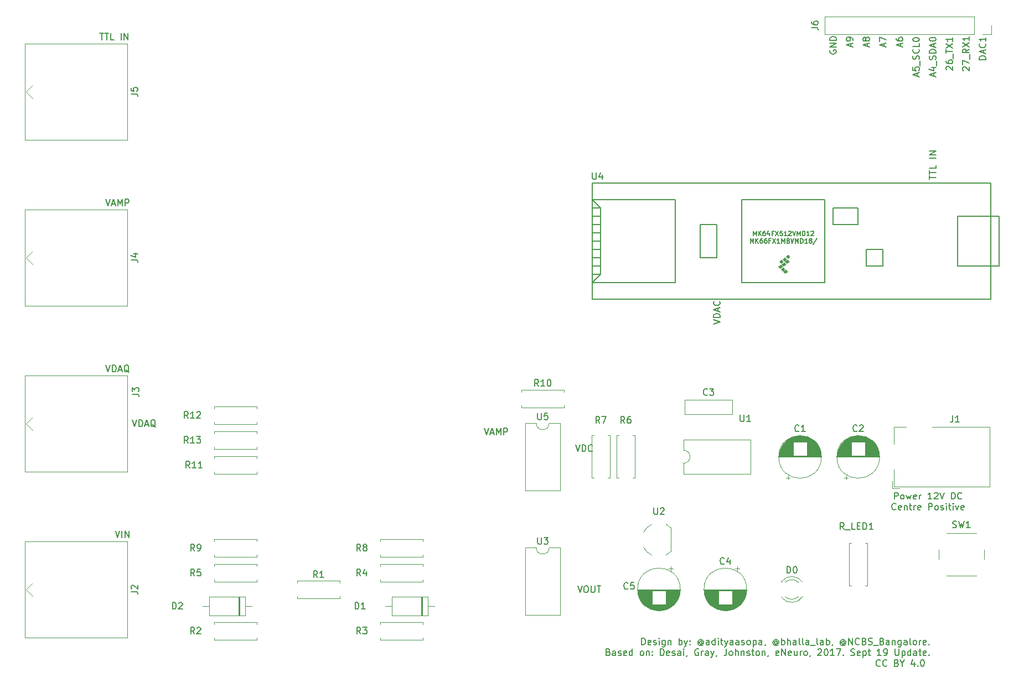
<source format=gto>
%TF.GenerationSoftware,KiCad,Pcbnew,(5.1.6)-1*%
%TF.CreationDate,2020-09-09T12:12:14+05:30*%
%TF.ProjectId,teenDynClamp_V02,7465656e-4479-46e4-936c-616d705f5630,v02*%
%TF.SameCoordinates,Original*%
%TF.FileFunction,Legend,Top*%
%TF.FilePolarity,Positive*%
%FSLAX46Y46*%
G04 Gerber Fmt 4.6, Leading zero omitted, Abs format (unit mm)*
G04 Created by KiCad (PCBNEW (5.1.6)-1) date 2020-09-09 12:12:14*
%MOMM*%
%LPD*%
G01*
G04 APERTURE LIST*
%ADD10C,0.150000*%
%ADD11C,0.120000*%
%ADD12C,0.100000*%
G04 APERTURE END LIST*
D10*
X177300000Y-57149904D02*
X177252380Y-57245142D01*
X177252380Y-57388000D01*
X177300000Y-57530857D01*
X177395238Y-57626095D01*
X177490476Y-57673714D01*
X177680952Y-57721333D01*
X177823809Y-57721333D01*
X178014285Y-57673714D01*
X178109523Y-57626095D01*
X178204761Y-57530857D01*
X178252380Y-57388000D01*
X178252380Y-57292761D01*
X178204761Y-57149904D01*
X178157142Y-57102285D01*
X177823809Y-57102285D01*
X177823809Y-57292761D01*
X178252380Y-56673714D02*
X177252380Y-56673714D01*
X178252380Y-56102285D01*
X177252380Y-56102285D01*
X178252380Y-55626095D02*
X177252380Y-55626095D01*
X177252380Y-55388000D01*
X177300000Y-55245142D01*
X177395238Y-55149904D01*
X177490476Y-55102285D01*
X177680952Y-55054666D01*
X177823809Y-55054666D01*
X178014285Y-55102285D01*
X178109523Y-55149904D01*
X178204761Y-55245142D01*
X178252380Y-55388000D01*
X178252380Y-55626095D01*
X180506666Y-56594285D02*
X180506666Y-56118095D01*
X180792380Y-56689523D02*
X179792380Y-56356190D01*
X180792380Y-56022857D01*
X180792380Y-55641904D02*
X180792380Y-55451428D01*
X180744761Y-55356190D01*
X180697142Y-55308571D01*
X180554285Y-55213333D01*
X180363809Y-55165714D01*
X179982857Y-55165714D01*
X179887619Y-55213333D01*
X179840000Y-55260952D01*
X179792380Y-55356190D01*
X179792380Y-55546666D01*
X179840000Y-55641904D01*
X179887619Y-55689523D01*
X179982857Y-55737142D01*
X180220952Y-55737142D01*
X180316190Y-55689523D01*
X180363809Y-55641904D01*
X180411428Y-55546666D01*
X180411428Y-55356190D01*
X180363809Y-55260952D01*
X180316190Y-55213333D01*
X180220952Y-55165714D01*
X183046666Y-56594285D02*
X183046666Y-56118095D01*
X183332380Y-56689523D02*
X182332380Y-56356190D01*
X183332380Y-56022857D01*
X182760952Y-55546666D02*
X182713333Y-55641904D01*
X182665714Y-55689523D01*
X182570476Y-55737142D01*
X182522857Y-55737142D01*
X182427619Y-55689523D01*
X182380000Y-55641904D01*
X182332380Y-55546666D01*
X182332380Y-55356190D01*
X182380000Y-55260952D01*
X182427619Y-55213333D01*
X182522857Y-55165714D01*
X182570476Y-55165714D01*
X182665714Y-55213333D01*
X182713333Y-55260952D01*
X182760952Y-55356190D01*
X182760952Y-55546666D01*
X182808571Y-55641904D01*
X182856190Y-55689523D01*
X182951428Y-55737142D01*
X183141904Y-55737142D01*
X183237142Y-55689523D01*
X183284761Y-55641904D01*
X183332380Y-55546666D01*
X183332380Y-55356190D01*
X183284761Y-55260952D01*
X183237142Y-55213333D01*
X183141904Y-55165714D01*
X182951428Y-55165714D01*
X182856190Y-55213333D01*
X182808571Y-55260952D01*
X182760952Y-55356190D01*
X185586666Y-56594285D02*
X185586666Y-56118095D01*
X185872380Y-56689523D02*
X184872380Y-56356190D01*
X185872380Y-56022857D01*
X184872380Y-55784761D02*
X184872380Y-55118095D01*
X185872380Y-55546666D01*
X188126666Y-56594285D02*
X188126666Y-56118095D01*
X188412380Y-56689523D02*
X187412380Y-56356190D01*
X188412380Y-56022857D01*
X187412380Y-55260952D02*
X187412380Y-55451428D01*
X187460000Y-55546666D01*
X187507619Y-55594285D01*
X187650476Y-55689523D01*
X187840952Y-55737142D01*
X188221904Y-55737142D01*
X188317142Y-55689523D01*
X188364761Y-55641904D01*
X188412380Y-55546666D01*
X188412380Y-55356190D01*
X188364761Y-55260952D01*
X188317142Y-55213333D01*
X188221904Y-55165714D01*
X187983809Y-55165714D01*
X187888571Y-55213333D01*
X187840952Y-55260952D01*
X187793333Y-55356190D01*
X187793333Y-55546666D01*
X187840952Y-55641904D01*
X187888571Y-55689523D01*
X187983809Y-55737142D01*
X190666666Y-61118380D02*
X190666666Y-60642190D01*
X190952380Y-61213619D02*
X189952380Y-60880285D01*
X190952380Y-60546952D01*
X189952380Y-59737428D02*
X189952380Y-60213619D01*
X190428571Y-60261238D01*
X190380952Y-60213619D01*
X190333333Y-60118380D01*
X190333333Y-59880285D01*
X190380952Y-59785047D01*
X190428571Y-59737428D01*
X190523809Y-59689809D01*
X190761904Y-59689809D01*
X190857142Y-59737428D01*
X190904761Y-59785047D01*
X190952380Y-59880285D01*
X190952380Y-60118380D01*
X190904761Y-60213619D01*
X190857142Y-60261238D01*
X191047619Y-59499333D02*
X191047619Y-58737428D01*
X190904761Y-58546952D02*
X190952380Y-58404095D01*
X190952380Y-58166000D01*
X190904761Y-58070761D01*
X190857142Y-58023142D01*
X190761904Y-57975523D01*
X190666666Y-57975523D01*
X190571428Y-58023142D01*
X190523809Y-58070761D01*
X190476190Y-58166000D01*
X190428571Y-58356476D01*
X190380952Y-58451714D01*
X190333333Y-58499333D01*
X190238095Y-58546952D01*
X190142857Y-58546952D01*
X190047619Y-58499333D01*
X190000000Y-58451714D01*
X189952380Y-58356476D01*
X189952380Y-58118380D01*
X190000000Y-57975523D01*
X190857142Y-56975523D02*
X190904761Y-57023142D01*
X190952380Y-57166000D01*
X190952380Y-57261238D01*
X190904761Y-57404095D01*
X190809523Y-57499333D01*
X190714285Y-57546952D01*
X190523809Y-57594571D01*
X190380952Y-57594571D01*
X190190476Y-57546952D01*
X190095238Y-57499333D01*
X190000000Y-57404095D01*
X189952380Y-57261238D01*
X189952380Y-57166000D01*
X190000000Y-57023142D01*
X190047619Y-56975523D01*
X190952380Y-56070761D02*
X190952380Y-56546952D01*
X189952380Y-56546952D01*
X189952380Y-55546952D02*
X189952380Y-55451714D01*
X190000000Y-55356476D01*
X190047619Y-55308857D01*
X190142857Y-55261238D01*
X190333333Y-55213619D01*
X190571428Y-55213619D01*
X190761904Y-55261238D01*
X190857142Y-55308857D01*
X190904761Y-55356476D01*
X190952380Y-55451714D01*
X190952380Y-55546952D01*
X190904761Y-55642190D01*
X190857142Y-55689809D01*
X190761904Y-55737428D01*
X190571428Y-55785047D01*
X190333333Y-55785047D01*
X190142857Y-55737428D01*
X190047619Y-55689809D01*
X190000000Y-55642190D01*
X189952380Y-55546952D01*
X193206666Y-61142190D02*
X193206666Y-60666000D01*
X193492380Y-61237428D02*
X192492380Y-60904095D01*
X193492380Y-60570761D01*
X192825714Y-59808857D02*
X193492380Y-59808857D01*
X192444761Y-60046952D02*
X193159047Y-60285047D01*
X193159047Y-59666000D01*
X193587619Y-59523142D02*
X193587619Y-58761238D01*
X193444761Y-58570761D02*
X193492380Y-58427904D01*
X193492380Y-58189809D01*
X193444761Y-58094571D01*
X193397142Y-58046952D01*
X193301904Y-57999333D01*
X193206666Y-57999333D01*
X193111428Y-58046952D01*
X193063809Y-58094571D01*
X193016190Y-58189809D01*
X192968571Y-58380285D01*
X192920952Y-58475523D01*
X192873333Y-58523142D01*
X192778095Y-58570761D01*
X192682857Y-58570761D01*
X192587619Y-58523142D01*
X192540000Y-58475523D01*
X192492380Y-58380285D01*
X192492380Y-58142190D01*
X192540000Y-57999333D01*
X193492380Y-57570761D02*
X192492380Y-57570761D01*
X192492380Y-57332666D01*
X192540000Y-57189809D01*
X192635238Y-57094571D01*
X192730476Y-57046952D01*
X192920952Y-56999333D01*
X193063809Y-56999333D01*
X193254285Y-57046952D01*
X193349523Y-57094571D01*
X193444761Y-57189809D01*
X193492380Y-57332666D01*
X193492380Y-57570761D01*
X193206666Y-56618380D02*
X193206666Y-56142190D01*
X193492380Y-56713619D02*
X192492380Y-56380285D01*
X193492380Y-56046952D01*
X192492380Y-55523142D02*
X192492380Y-55427904D01*
X192540000Y-55332666D01*
X192587619Y-55285047D01*
X192682857Y-55237428D01*
X192873333Y-55189809D01*
X193111428Y-55189809D01*
X193301904Y-55237428D01*
X193397142Y-55285047D01*
X193444761Y-55332666D01*
X193492380Y-55427904D01*
X193492380Y-55523142D01*
X193444761Y-55618380D01*
X193397142Y-55666000D01*
X193301904Y-55713619D01*
X193111428Y-55761238D01*
X192873333Y-55761238D01*
X192682857Y-55713619D01*
X192587619Y-55666000D01*
X192540000Y-55618380D01*
X192492380Y-55523142D01*
X195127619Y-60164023D02*
X195080000Y-60116404D01*
X195032380Y-60021166D01*
X195032380Y-59783071D01*
X195080000Y-59687833D01*
X195127619Y-59640214D01*
X195222857Y-59592595D01*
X195318095Y-59592595D01*
X195460952Y-59640214D01*
X196032380Y-60211642D01*
X196032380Y-59592595D01*
X195032380Y-58735452D02*
X195032380Y-58925928D01*
X195080000Y-59021166D01*
X195127619Y-59068785D01*
X195270476Y-59164023D01*
X195460952Y-59211642D01*
X195841904Y-59211642D01*
X195937142Y-59164023D01*
X195984761Y-59116404D01*
X196032380Y-59021166D01*
X196032380Y-58830690D01*
X195984761Y-58735452D01*
X195937142Y-58687833D01*
X195841904Y-58640214D01*
X195603809Y-58640214D01*
X195508571Y-58687833D01*
X195460952Y-58735452D01*
X195413333Y-58830690D01*
X195413333Y-59021166D01*
X195460952Y-59116404D01*
X195508571Y-59164023D01*
X195603809Y-59211642D01*
X196127619Y-58449738D02*
X196127619Y-57687833D01*
X195032380Y-57592595D02*
X195032380Y-57021166D01*
X196032380Y-57306880D02*
X195032380Y-57306880D01*
X195032380Y-56783071D02*
X196032380Y-56116404D01*
X195032380Y-56116404D02*
X196032380Y-56783071D01*
X196032380Y-55211642D02*
X196032380Y-55783071D01*
X196032380Y-55497357D02*
X195032380Y-55497357D01*
X195175238Y-55592595D01*
X195270476Y-55687833D01*
X195318095Y-55783071D01*
X197667619Y-60253238D02*
X197620000Y-60205619D01*
X197572380Y-60110380D01*
X197572380Y-59872285D01*
X197620000Y-59777047D01*
X197667619Y-59729428D01*
X197762857Y-59681809D01*
X197858095Y-59681809D01*
X198000952Y-59729428D01*
X198572380Y-60300857D01*
X198572380Y-59681809D01*
X197572380Y-59348476D02*
X197572380Y-58681809D01*
X198572380Y-59110380D01*
X198667619Y-58538952D02*
X198667619Y-57777047D01*
X198572380Y-56967523D02*
X198096190Y-57300857D01*
X198572380Y-57538952D02*
X197572380Y-57538952D01*
X197572380Y-57158000D01*
X197620000Y-57062761D01*
X197667619Y-57015142D01*
X197762857Y-56967523D01*
X197905714Y-56967523D01*
X198000952Y-57015142D01*
X198048571Y-57062761D01*
X198096190Y-57158000D01*
X198096190Y-57538952D01*
X197572380Y-56634190D02*
X198572380Y-55967523D01*
X197572380Y-55967523D02*
X198572380Y-56634190D01*
X198572380Y-55062761D02*
X198572380Y-55634190D01*
X198572380Y-55348476D02*
X197572380Y-55348476D01*
X197715238Y-55443714D01*
X197810476Y-55538952D01*
X197858095Y-55634190D01*
X201112380Y-58562666D02*
X200112380Y-58562666D01*
X200112380Y-58324571D01*
X200160000Y-58181714D01*
X200255238Y-58086476D01*
X200350476Y-58038857D01*
X200540952Y-57991238D01*
X200683809Y-57991238D01*
X200874285Y-58038857D01*
X200969523Y-58086476D01*
X201064761Y-58181714D01*
X201112380Y-58324571D01*
X201112380Y-58562666D01*
X200826666Y-57610285D02*
X200826666Y-57134095D01*
X201112380Y-57705523D02*
X200112380Y-57372190D01*
X201112380Y-57038857D01*
X201017142Y-56134095D02*
X201064761Y-56181714D01*
X201112380Y-56324571D01*
X201112380Y-56419809D01*
X201064761Y-56562666D01*
X200969523Y-56657904D01*
X200874285Y-56705523D01*
X200683809Y-56753142D01*
X200540952Y-56753142D01*
X200350476Y-56705523D01*
X200255238Y-56657904D01*
X200160000Y-56562666D01*
X200112380Y-56419809D01*
X200112380Y-56324571D01*
X200160000Y-56181714D01*
X200207619Y-56134095D01*
X201112380Y-55181714D02*
X201112380Y-55753142D01*
X201112380Y-55467428D02*
X200112380Y-55467428D01*
X200255238Y-55562666D01*
X200350476Y-55657904D01*
X200398095Y-55753142D01*
X148498023Y-148154380D02*
X148498023Y-147154380D01*
X148736119Y-147154380D01*
X148878976Y-147202000D01*
X148974214Y-147297238D01*
X149021833Y-147392476D01*
X149069452Y-147582952D01*
X149069452Y-147725809D01*
X149021833Y-147916285D01*
X148974214Y-148011523D01*
X148878976Y-148106761D01*
X148736119Y-148154380D01*
X148498023Y-148154380D01*
X149878976Y-148106761D02*
X149783738Y-148154380D01*
X149593261Y-148154380D01*
X149498023Y-148106761D01*
X149450404Y-148011523D01*
X149450404Y-147630571D01*
X149498023Y-147535333D01*
X149593261Y-147487714D01*
X149783738Y-147487714D01*
X149878976Y-147535333D01*
X149926595Y-147630571D01*
X149926595Y-147725809D01*
X149450404Y-147821047D01*
X150307547Y-148106761D02*
X150402785Y-148154380D01*
X150593261Y-148154380D01*
X150688500Y-148106761D01*
X150736119Y-148011523D01*
X150736119Y-147963904D01*
X150688500Y-147868666D01*
X150593261Y-147821047D01*
X150450404Y-147821047D01*
X150355166Y-147773428D01*
X150307547Y-147678190D01*
X150307547Y-147630571D01*
X150355166Y-147535333D01*
X150450404Y-147487714D01*
X150593261Y-147487714D01*
X150688500Y-147535333D01*
X151164690Y-148154380D02*
X151164690Y-147487714D01*
X151164690Y-147154380D02*
X151117071Y-147202000D01*
X151164690Y-147249619D01*
X151212309Y-147202000D01*
X151164690Y-147154380D01*
X151164690Y-147249619D01*
X152069452Y-147487714D02*
X152069452Y-148297238D01*
X152021833Y-148392476D01*
X151974214Y-148440095D01*
X151878976Y-148487714D01*
X151736119Y-148487714D01*
X151640880Y-148440095D01*
X152069452Y-148106761D02*
X151974214Y-148154380D01*
X151783738Y-148154380D01*
X151688500Y-148106761D01*
X151640880Y-148059142D01*
X151593261Y-147963904D01*
X151593261Y-147678190D01*
X151640880Y-147582952D01*
X151688500Y-147535333D01*
X151783738Y-147487714D01*
X151974214Y-147487714D01*
X152069452Y-147535333D01*
X152545642Y-147487714D02*
X152545642Y-148154380D01*
X152545642Y-147582952D02*
X152593261Y-147535333D01*
X152688500Y-147487714D01*
X152831357Y-147487714D01*
X152926595Y-147535333D01*
X152974214Y-147630571D01*
X152974214Y-148154380D01*
X154212309Y-148154380D02*
X154212309Y-147154380D01*
X154212309Y-147535333D02*
X154307547Y-147487714D01*
X154498023Y-147487714D01*
X154593261Y-147535333D01*
X154640880Y-147582952D01*
X154688500Y-147678190D01*
X154688500Y-147963904D01*
X154640880Y-148059142D01*
X154593261Y-148106761D01*
X154498023Y-148154380D01*
X154307547Y-148154380D01*
X154212309Y-148106761D01*
X155021833Y-147487714D02*
X155259928Y-148154380D01*
X155498023Y-147487714D02*
X155259928Y-148154380D01*
X155164690Y-148392476D01*
X155117071Y-148440095D01*
X155021833Y-148487714D01*
X155878976Y-148059142D02*
X155926595Y-148106761D01*
X155878976Y-148154380D01*
X155831357Y-148106761D01*
X155878976Y-148059142D01*
X155878976Y-148154380D01*
X155878976Y-147535333D02*
X155926595Y-147582952D01*
X155878976Y-147630571D01*
X155831357Y-147582952D01*
X155878976Y-147535333D01*
X155878976Y-147630571D01*
X157736119Y-147678190D02*
X157688500Y-147630571D01*
X157593261Y-147582952D01*
X157498023Y-147582952D01*
X157402785Y-147630571D01*
X157355166Y-147678190D01*
X157307547Y-147773428D01*
X157307547Y-147868666D01*
X157355166Y-147963904D01*
X157402785Y-148011523D01*
X157498023Y-148059142D01*
X157593261Y-148059142D01*
X157688500Y-148011523D01*
X157736119Y-147963904D01*
X157736119Y-147582952D02*
X157736119Y-147963904D01*
X157783738Y-148011523D01*
X157831357Y-148011523D01*
X157926595Y-147963904D01*
X157974214Y-147868666D01*
X157974214Y-147630571D01*
X157878976Y-147487714D01*
X157736119Y-147392476D01*
X157545642Y-147344857D01*
X157355166Y-147392476D01*
X157212309Y-147487714D01*
X157117071Y-147630571D01*
X157069452Y-147821047D01*
X157117071Y-148011523D01*
X157212309Y-148154380D01*
X157355166Y-148249619D01*
X157545642Y-148297238D01*
X157736119Y-148249619D01*
X157878976Y-148154380D01*
X158831357Y-148154380D02*
X158831357Y-147630571D01*
X158783738Y-147535333D01*
X158688500Y-147487714D01*
X158498023Y-147487714D01*
X158402785Y-147535333D01*
X158831357Y-148106761D02*
X158736119Y-148154380D01*
X158498023Y-148154380D01*
X158402785Y-148106761D01*
X158355166Y-148011523D01*
X158355166Y-147916285D01*
X158402785Y-147821047D01*
X158498023Y-147773428D01*
X158736119Y-147773428D01*
X158831357Y-147725809D01*
X159736119Y-148154380D02*
X159736119Y-147154380D01*
X159736119Y-148106761D02*
X159640880Y-148154380D01*
X159450404Y-148154380D01*
X159355166Y-148106761D01*
X159307547Y-148059142D01*
X159259928Y-147963904D01*
X159259928Y-147678190D01*
X159307547Y-147582952D01*
X159355166Y-147535333D01*
X159450404Y-147487714D01*
X159640880Y-147487714D01*
X159736119Y-147535333D01*
X160212309Y-148154380D02*
X160212309Y-147487714D01*
X160212309Y-147154380D02*
X160164690Y-147202000D01*
X160212309Y-147249619D01*
X160259928Y-147202000D01*
X160212309Y-147154380D01*
X160212309Y-147249619D01*
X160545642Y-147487714D02*
X160926595Y-147487714D01*
X160688500Y-147154380D02*
X160688500Y-148011523D01*
X160736119Y-148106761D01*
X160831357Y-148154380D01*
X160926595Y-148154380D01*
X161164690Y-147487714D02*
X161402785Y-148154380D01*
X161640880Y-147487714D02*
X161402785Y-148154380D01*
X161307547Y-148392476D01*
X161259928Y-148440095D01*
X161164690Y-148487714D01*
X162450404Y-148154380D02*
X162450404Y-147630571D01*
X162402785Y-147535333D01*
X162307547Y-147487714D01*
X162117071Y-147487714D01*
X162021833Y-147535333D01*
X162450404Y-148106761D02*
X162355166Y-148154380D01*
X162117071Y-148154380D01*
X162021833Y-148106761D01*
X161974214Y-148011523D01*
X161974214Y-147916285D01*
X162021833Y-147821047D01*
X162117071Y-147773428D01*
X162355166Y-147773428D01*
X162450404Y-147725809D01*
X163355166Y-148154380D02*
X163355166Y-147630571D01*
X163307547Y-147535333D01*
X163212309Y-147487714D01*
X163021833Y-147487714D01*
X162926595Y-147535333D01*
X163355166Y-148106761D02*
X163259928Y-148154380D01*
X163021833Y-148154380D01*
X162926595Y-148106761D01*
X162878976Y-148011523D01*
X162878976Y-147916285D01*
X162926595Y-147821047D01*
X163021833Y-147773428D01*
X163259928Y-147773428D01*
X163355166Y-147725809D01*
X163783738Y-148106761D02*
X163878976Y-148154380D01*
X164069452Y-148154380D01*
X164164690Y-148106761D01*
X164212309Y-148011523D01*
X164212309Y-147963904D01*
X164164690Y-147868666D01*
X164069452Y-147821047D01*
X163926595Y-147821047D01*
X163831357Y-147773428D01*
X163783738Y-147678190D01*
X163783738Y-147630571D01*
X163831357Y-147535333D01*
X163926595Y-147487714D01*
X164069452Y-147487714D01*
X164164690Y-147535333D01*
X164783738Y-148154380D02*
X164688500Y-148106761D01*
X164640880Y-148059142D01*
X164593261Y-147963904D01*
X164593261Y-147678190D01*
X164640880Y-147582952D01*
X164688500Y-147535333D01*
X164783738Y-147487714D01*
X164926595Y-147487714D01*
X165021833Y-147535333D01*
X165069452Y-147582952D01*
X165117071Y-147678190D01*
X165117071Y-147963904D01*
X165069452Y-148059142D01*
X165021833Y-148106761D01*
X164926595Y-148154380D01*
X164783738Y-148154380D01*
X165545642Y-147487714D02*
X165545642Y-148487714D01*
X165545642Y-147535333D02*
X165640880Y-147487714D01*
X165831357Y-147487714D01*
X165926595Y-147535333D01*
X165974214Y-147582952D01*
X166021833Y-147678190D01*
X166021833Y-147963904D01*
X165974214Y-148059142D01*
X165926595Y-148106761D01*
X165831357Y-148154380D01*
X165640880Y-148154380D01*
X165545642Y-148106761D01*
X166878976Y-148154380D02*
X166878976Y-147630571D01*
X166831357Y-147535333D01*
X166736119Y-147487714D01*
X166545642Y-147487714D01*
X166450404Y-147535333D01*
X166878976Y-148106761D02*
X166783738Y-148154380D01*
X166545642Y-148154380D01*
X166450404Y-148106761D01*
X166402785Y-148011523D01*
X166402785Y-147916285D01*
X166450404Y-147821047D01*
X166545642Y-147773428D01*
X166783738Y-147773428D01*
X166878976Y-147725809D01*
X167402785Y-148106761D02*
X167402785Y-148154380D01*
X167355166Y-148249619D01*
X167307547Y-148297238D01*
X169212309Y-147678190D02*
X169164690Y-147630571D01*
X169069452Y-147582952D01*
X168974214Y-147582952D01*
X168878976Y-147630571D01*
X168831357Y-147678190D01*
X168783738Y-147773428D01*
X168783738Y-147868666D01*
X168831357Y-147963904D01*
X168878976Y-148011523D01*
X168974214Y-148059142D01*
X169069452Y-148059142D01*
X169164690Y-148011523D01*
X169212309Y-147963904D01*
X169212309Y-147582952D02*
X169212309Y-147963904D01*
X169259928Y-148011523D01*
X169307547Y-148011523D01*
X169402785Y-147963904D01*
X169450404Y-147868666D01*
X169450404Y-147630571D01*
X169355166Y-147487714D01*
X169212309Y-147392476D01*
X169021833Y-147344857D01*
X168831357Y-147392476D01*
X168688500Y-147487714D01*
X168593261Y-147630571D01*
X168545642Y-147821047D01*
X168593261Y-148011523D01*
X168688500Y-148154380D01*
X168831357Y-148249619D01*
X169021833Y-148297238D01*
X169212309Y-148249619D01*
X169355166Y-148154380D01*
X169878976Y-148154380D02*
X169878976Y-147154380D01*
X169878976Y-147535333D02*
X169974214Y-147487714D01*
X170164690Y-147487714D01*
X170259928Y-147535333D01*
X170307547Y-147582952D01*
X170355166Y-147678190D01*
X170355166Y-147963904D01*
X170307547Y-148059142D01*
X170259928Y-148106761D01*
X170164690Y-148154380D01*
X169974214Y-148154380D01*
X169878976Y-148106761D01*
X170783738Y-148154380D02*
X170783738Y-147154380D01*
X171212309Y-148154380D02*
X171212309Y-147630571D01*
X171164690Y-147535333D01*
X171069452Y-147487714D01*
X170926595Y-147487714D01*
X170831357Y-147535333D01*
X170783738Y-147582952D01*
X172117071Y-148154380D02*
X172117071Y-147630571D01*
X172069452Y-147535333D01*
X171974214Y-147487714D01*
X171783738Y-147487714D01*
X171688500Y-147535333D01*
X172117071Y-148106761D02*
X172021833Y-148154380D01*
X171783738Y-148154380D01*
X171688500Y-148106761D01*
X171640880Y-148011523D01*
X171640880Y-147916285D01*
X171688500Y-147821047D01*
X171783738Y-147773428D01*
X172021833Y-147773428D01*
X172117071Y-147725809D01*
X172736119Y-148154380D02*
X172640880Y-148106761D01*
X172593261Y-148011523D01*
X172593261Y-147154380D01*
X173259928Y-148154380D02*
X173164690Y-148106761D01*
X173117071Y-148011523D01*
X173117071Y-147154380D01*
X174069452Y-148154380D02*
X174069452Y-147630571D01*
X174021833Y-147535333D01*
X173926595Y-147487714D01*
X173736119Y-147487714D01*
X173640880Y-147535333D01*
X174069452Y-148106761D02*
X173974214Y-148154380D01*
X173736119Y-148154380D01*
X173640880Y-148106761D01*
X173593261Y-148011523D01*
X173593261Y-147916285D01*
X173640880Y-147821047D01*
X173736119Y-147773428D01*
X173974214Y-147773428D01*
X174069452Y-147725809D01*
X174307547Y-148249619D02*
X175069452Y-148249619D01*
X175450404Y-148154380D02*
X175355166Y-148106761D01*
X175307547Y-148011523D01*
X175307547Y-147154380D01*
X176259928Y-148154380D02*
X176259928Y-147630571D01*
X176212309Y-147535333D01*
X176117071Y-147487714D01*
X175926595Y-147487714D01*
X175831357Y-147535333D01*
X176259928Y-148106761D02*
X176164690Y-148154380D01*
X175926595Y-148154380D01*
X175831357Y-148106761D01*
X175783738Y-148011523D01*
X175783738Y-147916285D01*
X175831357Y-147821047D01*
X175926595Y-147773428D01*
X176164690Y-147773428D01*
X176259928Y-147725809D01*
X176736119Y-148154380D02*
X176736119Y-147154380D01*
X176736119Y-147535333D02*
X176831357Y-147487714D01*
X177021833Y-147487714D01*
X177117071Y-147535333D01*
X177164690Y-147582952D01*
X177212309Y-147678190D01*
X177212309Y-147963904D01*
X177164690Y-148059142D01*
X177117071Y-148106761D01*
X177021833Y-148154380D01*
X176831357Y-148154380D01*
X176736119Y-148106761D01*
X177688499Y-148106761D02*
X177688499Y-148154380D01*
X177640880Y-148249619D01*
X177593261Y-148297238D01*
X179498023Y-147678190D02*
X179450404Y-147630571D01*
X179355166Y-147582952D01*
X179259928Y-147582952D01*
X179164690Y-147630571D01*
X179117071Y-147678190D01*
X179069452Y-147773428D01*
X179069452Y-147868666D01*
X179117071Y-147963904D01*
X179164690Y-148011523D01*
X179259928Y-148059142D01*
X179355166Y-148059142D01*
X179450404Y-148011523D01*
X179498023Y-147963904D01*
X179498023Y-147582952D02*
X179498023Y-147963904D01*
X179545642Y-148011523D01*
X179593261Y-148011523D01*
X179688499Y-147963904D01*
X179736119Y-147868666D01*
X179736119Y-147630571D01*
X179640880Y-147487714D01*
X179498023Y-147392476D01*
X179307547Y-147344857D01*
X179117071Y-147392476D01*
X178974214Y-147487714D01*
X178878976Y-147630571D01*
X178831357Y-147821047D01*
X178878976Y-148011523D01*
X178974214Y-148154380D01*
X179117071Y-148249619D01*
X179307547Y-148297238D01*
X179498023Y-148249619D01*
X179640880Y-148154380D01*
X180164690Y-148154380D02*
X180164690Y-147154380D01*
X180736119Y-148154380D01*
X180736119Y-147154380D01*
X181783738Y-148059142D02*
X181736119Y-148106761D01*
X181593261Y-148154380D01*
X181498023Y-148154380D01*
X181355166Y-148106761D01*
X181259928Y-148011523D01*
X181212309Y-147916285D01*
X181164690Y-147725809D01*
X181164690Y-147582952D01*
X181212309Y-147392476D01*
X181259928Y-147297238D01*
X181355166Y-147202000D01*
X181498023Y-147154380D01*
X181593261Y-147154380D01*
X181736119Y-147202000D01*
X181783738Y-147249619D01*
X182545642Y-147630571D02*
X182688500Y-147678190D01*
X182736119Y-147725809D01*
X182783738Y-147821047D01*
X182783738Y-147963904D01*
X182736119Y-148059142D01*
X182688500Y-148106761D01*
X182593261Y-148154380D01*
X182212309Y-148154380D01*
X182212309Y-147154380D01*
X182545642Y-147154380D01*
X182640880Y-147202000D01*
X182688500Y-147249619D01*
X182736119Y-147344857D01*
X182736119Y-147440095D01*
X182688500Y-147535333D01*
X182640880Y-147582952D01*
X182545642Y-147630571D01*
X182212309Y-147630571D01*
X183164690Y-148106761D02*
X183307547Y-148154380D01*
X183545642Y-148154380D01*
X183640880Y-148106761D01*
X183688500Y-148059142D01*
X183736119Y-147963904D01*
X183736119Y-147868666D01*
X183688500Y-147773428D01*
X183640880Y-147725809D01*
X183545642Y-147678190D01*
X183355166Y-147630571D01*
X183259928Y-147582952D01*
X183212309Y-147535333D01*
X183164690Y-147440095D01*
X183164690Y-147344857D01*
X183212309Y-147249619D01*
X183259928Y-147202000D01*
X183355166Y-147154380D01*
X183593261Y-147154380D01*
X183736119Y-147202000D01*
X183926595Y-148249619D02*
X184688500Y-148249619D01*
X185259928Y-147630571D02*
X185402785Y-147678190D01*
X185450404Y-147725809D01*
X185498023Y-147821047D01*
X185498023Y-147963904D01*
X185450404Y-148059142D01*
X185402785Y-148106761D01*
X185307547Y-148154380D01*
X184926595Y-148154380D01*
X184926595Y-147154380D01*
X185259928Y-147154380D01*
X185355166Y-147202000D01*
X185402785Y-147249619D01*
X185450404Y-147344857D01*
X185450404Y-147440095D01*
X185402785Y-147535333D01*
X185355166Y-147582952D01*
X185259928Y-147630571D01*
X184926595Y-147630571D01*
X186355166Y-148154380D02*
X186355166Y-147630571D01*
X186307547Y-147535333D01*
X186212309Y-147487714D01*
X186021833Y-147487714D01*
X185926595Y-147535333D01*
X186355166Y-148106761D02*
X186259928Y-148154380D01*
X186021833Y-148154380D01*
X185926595Y-148106761D01*
X185878976Y-148011523D01*
X185878976Y-147916285D01*
X185926595Y-147821047D01*
X186021833Y-147773428D01*
X186259928Y-147773428D01*
X186355166Y-147725809D01*
X186831357Y-147487714D02*
X186831357Y-148154380D01*
X186831357Y-147582952D02*
X186878976Y-147535333D01*
X186974214Y-147487714D01*
X187117071Y-147487714D01*
X187212309Y-147535333D01*
X187259928Y-147630571D01*
X187259928Y-148154380D01*
X188164690Y-147487714D02*
X188164690Y-148297238D01*
X188117071Y-148392476D01*
X188069452Y-148440095D01*
X187974214Y-148487714D01*
X187831357Y-148487714D01*
X187736119Y-148440095D01*
X188164690Y-148106761D02*
X188069452Y-148154380D01*
X187878976Y-148154380D01*
X187783738Y-148106761D01*
X187736119Y-148059142D01*
X187688500Y-147963904D01*
X187688500Y-147678190D01*
X187736119Y-147582952D01*
X187783738Y-147535333D01*
X187878976Y-147487714D01*
X188069452Y-147487714D01*
X188164690Y-147535333D01*
X189069452Y-148154380D02*
X189069452Y-147630571D01*
X189021833Y-147535333D01*
X188926595Y-147487714D01*
X188736119Y-147487714D01*
X188640880Y-147535333D01*
X189069452Y-148106761D02*
X188974214Y-148154380D01*
X188736119Y-148154380D01*
X188640880Y-148106761D01*
X188593261Y-148011523D01*
X188593261Y-147916285D01*
X188640880Y-147821047D01*
X188736119Y-147773428D01*
X188974214Y-147773428D01*
X189069452Y-147725809D01*
X189688499Y-148154380D02*
X189593261Y-148106761D01*
X189545642Y-148011523D01*
X189545642Y-147154380D01*
X190212309Y-148154380D02*
X190117071Y-148106761D01*
X190069452Y-148059142D01*
X190021833Y-147963904D01*
X190021833Y-147678190D01*
X190069452Y-147582952D01*
X190117071Y-147535333D01*
X190212309Y-147487714D01*
X190355166Y-147487714D01*
X190450404Y-147535333D01*
X190498023Y-147582952D01*
X190545642Y-147678190D01*
X190545642Y-147963904D01*
X190498023Y-148059142D01*
X190450404Y-148106761D01*
X190355166Y-148154380D01*
X190212309Y-148154380D01*
X190974214Y-148154380D02*
X190974214Y-147487714D01*
X190974214Y-147678190D02*
X191021833Y-147582952D01*
X191069452Y-147535333D01*
X191164690Y-147487714D01*
X191259928Y-147487714D01*
X191974214Y-148106761D02*
X191878976Y-148154380D01*
X191688499Y-148154380D01*
X191593261Y-148106761D01*
X191545642Y-148011523D01*
X191545642Y-147630571D01*
X191593261Y-147535333D01*
X191688499Y-147487714D01*
X191878976Y-147487714D01*
X191974214Y-147535333D01*
X192021833Y-147630571D01*
X192021833Y-147725809D01*
X191545642Y-147821047D01*
X192450404Y-148059142D02*
X192498023Y-148106761D01*
X192450404Y-148154380D01*
X192402785Y-148106761D01*
X192450404Y-148059142D01*
X192450404Y-148154380D01*
X143402785Y-149280571D02*
X143545642Y-149328190D01*
X143593261Y-149375809D01*
X143640880Y-149471047D01*
X143640880Y-149613904D01*
X143593261Y-149709142D01*
X143545642Y-149756761D01*
X143450404Y-149804380D01*
X143069452Y-149804380D01*
X143069452Y-148804380D01*
X143402785Y-148804380D01*
X143498023Y-148852000D01*
X143545642Y-148899619D01*
X143593261Y-148994857D01*
X143593261Y-149090095D01*
X143545642Y-149185333D01*
X143498023Y-149232952D01*
X143402785Y-149280571D01*
X143069452Y-149280571D01*
X144498023Y-149804380D02*
X144498023Y-149280571D01*
X144450404Y-149185333D01*
X144355166Y-149137714D01*
X144164690Y-149137714D01*
X144069452Y-149185333D01*
X144498023Y-149756761D02*
X144402785Y-149804380D01*
X144164690Y-149804380D01*
X144069452Y-149756761D01*
X144021833Y-149661523D01*
X144021833Y-149566285D01*
X144069452Y-149471047D01*
X144164690Y-149423428D01*
X144402785Y-149423428D01*
X144498023Y-149375809D01*
X144926595Y-149756761D02*
X145021833Y-149804380D01*
X145212309Y-149804380D01*
X145307547Y-149756761D01*
X145355166Y-149661523D01*
X145355166Y-149613904D01*
X145307547Y-149518666D01*
X145212309Y-149471047D01*
X145069452Y-149471047D01*
X144974214Y-149423428D01*
X144926595Y-149328190D01*
X144926595Y-149280571D01*
X144974214Y-149185333D01*
X145069452Y-149137714D01*
X145212309Y-149137714D01*
X145307547Y-149185333D01*
X146164690Y-149756761D02*
X146069452Y-149804380D01*
X145878976Y-149804380D01*
X145783738Y-149756761D01*
X145736119Y-149661523D01*
X145736119Y-149280571D01*
X145783738Y-149185333D01*
X145878976Y-149137714D01*
X146069452Y-149137714D01*
X146164690Y-149185333D01*
X146212309Y-149280571D01*
X146212309Y-149375809D01*
X145736119Y-149471047D01*
X147069452Y-149804380D02*
X147069452Y-148804380D01*
X147069452Y-149756761D02*
X146974214Y-149804380D01*
X146783738Y-149804380D01*
X146688500Y-149756761D01*
X146640880Y-149709142D01*
X146593261Y-149613904D01*
X146593261Y-149328190D01*
X146640880Y-149232952D01*
X146688500Y-149185333D01*
X146783738Y-149137714D01*
X146974214Y-149137714D01*
X147069452Y-149185333D01*
X148450404Y-149804380D02*
X148355166Y-149756761D01*
X148307547Y-149709142D01*
X148259928Y-149613904D01*
X148259928Y-149328190D01*
X148307547Y-149232952D01*
X148355166Y-149185333D01*
X148450404Y-149137714D01*
X148593261Y-149137714D01*
X148688500Y-149185333D01*
X148736119Y-149232952D01*
X148783738Y-149328190D01*
X148783738Y-149613904D01*
X148736119Y-149709142D01*
X148688500Y-149756761D01*
X148593261Y-149804380D01*
X148450404Y-149804380D01*
X149212309Y-149137714D02*
X149212309Y-149804380D01*
X149212309Y-149232952D02*
X149259928Y-149185333D01*
X149355166Y-149137714D01*
X149498023Y-149137714D01*
X149593261Y-149185333D01*
X149640880Y-149280571D01*
X149640880Y-149804380D01*
X150117071Y-149709142D02*
X150164690Y-149756761D01*
X150117071Y-149804380D01*
X150069452Y-149756761D01*
X150117071Y-149709142D01*
X150117071Y-149804380D01*
X150117071Y-149185333D02*
X150164690Y-149232952D01*
X150117071Y-149280571D01*
X150069452Y-149232952D01*
X150117071Y-149185333D01*
X150117071Y-149280571D01*
X151355166Y-149804380D02*
X151355166Y-148804380D01*
X151593261Y-148804380D01*
X151736119Y-148852000D01*
X151831357Y-148947238D01*
X151878976Y-149042476D01*
X151926595Y-149232952D01*
X151926595Y-149375809D01*
X151878976Y-149566285D01*
X151831357Y-149661523D01*
X151736119Y-149756761D01*
X151593261Y-149804380D01*
X151355166Y-149804380D01*
X152736119Y-149756761D02*
X152640880Y-149804380D01*
X152450404Y-149804380D01*
X152355166Y-149756761D01*
X152307547Y-149661523D01*
X152307547Y-149280571D01*
X152355166Y-149185333D01*
X152450404Y-149137714D01*
X152640880Y-149137714D01*
X152736119Y-149185333D01*
X152783738Y-149280571D01*
X152783738Y-149375809D01*
X152307547Y-149471047D01*
X153164690Y-149756761D02*
X153259928Y-149804380D01*
X153450404Y-149804380D01*
X153545642Y-149756761D01*
X153593261Y-149661523D01*
X153593261Y-149613904D01*
X153545642Y-149518666D01*
X153450404Y-149471047D01*
X153307547Y-149471047D01*
X153212309Y-149423428D01*
X153164690Y-149328190D01*
X153164690Y-149280571D01*
X153212309Y-149185333D01*
X153307547Y-149137714D01*
X153450404Y-149137714D01*
X153545642Y-149185333D01*
X154450404Y-149804380D02*
X154450404Y-149280571D01*
X154402785Y-149185333D01*
X154307547Y-149137714D01*
X154117071Y-149137714D01*
X154021833Y-149185333D01*
X154450404Y-149756761D02*
X154355166Y-149804380D01*
X154117071Y-149804380D01*
X154021833Y-149756761D01*
X153974214Y-149661523D01*
X153974214Y-149566285D01*
X154021833Y-149471047D01*
X154117071Y-149423428D01*
X154355166Y-149423428D01*
X154450404Y-149375809D01*
X154926595Y-149804380D02*
X154926595Y-149137714D01*
X154926595Y-148804380D02*
X154878976Y-148852000D01*
X154926595Y-148899619D01*
X154974214Y-148852000D01*
X154926595Y-148804380D01*
X154926595Y-148899619D01*
X155450404Y-149756761D02*
X155450404Y-149804380D01*
X155402785Y-149899619D01*
X155355166Y-149947238D01*
X157164690Y-148852000D02*
X157069452Y-148804380D01*
X156926595Y-148804380D01*
X156783738Y-148852000D01*
X156688500Y-148947238D01*
X156640880Y-149042476D01*
X156593261Y-149232952D01*
X156593261Y-149375809D01*
X156640880Y-149566285D01*
X156688500Y-149661523D01*
X156783738Y-149756761D01*
X156926595Y-149804380D01*
X157021833Y-149804380D01*
X157164690Y-149756761D01*
X157212309Y-149709142D01*
X157212309Y-149375809D01*
X157021833Y-149375809D01*
X157640880Y-149804380D02*
X157640880Y-149137714D01*
X157640880Y-149328190D02*
X157688500Y-149232952D01*
X157736119Y-149185333D01*
X157831357Y-149137714D01*
X157926595Y-149137714D01*
X158688500Y-149804380D02*
X158688500Y-149280571D01*
X158640880Y-149185333D01*
X158545642Y-149137714D01*
X158355166Y-149137714D01*
X158259928Y-149185333D01*
X158688500Y-149756761D02*
X158593261Y-149804380D01*
X158355166Y-149804380D01*
X158259928Y-149756761D01*
X158212309Y-149661523D01*
X158212309Y-149566285D01*
X158259928Y-149471047D01*
X158355166Y-149423428D01*
X158593261Y-149423428D01*
X158688500Y-149375809D01*
X159069452Y-149137714D02*
X159307547Y-149804380D01*
X159545642Y-149137714D02*
X159307547Y-149804380D01*
X159212309Y-150042476D01*
X159164690Y-150090095D01*
X159069452Y-150137714D01*
X159974214Y-149756761D02*
X159974214Y-149804380D01*
X159926595Y-149899619D01*
X159878976Y-149947238D01*
X161450404Y-148804380D02*
X161450404Y-149518666D01*
X161402785Y-149661523D01*
X161307547Y-149756761D01*
X161164690Y-149804380D01*
X161069452Y-149804380D01*
X162069452Y-149804380D02*
X161974214Y-149756761D01*
X161926595Y-149709142D01*
X161878976Y-149613904D01*
X161878976Y-149328190D01*
X161926595Y-149232952D01*
X161974214Y-149185333D01*
X162069452Y-149137714D01*
X162212309Y-149137714D01*
X162307547Y-149185333D01*
X162355166Y-149232952D01*
X162402785Y-149328190D01*
X162402785Y-149613904D01*
X162355166Y-149709142D01*
X162307547Y-149756761D01*
X162212309Y-149804380D01*
X162069452Y-149804380D01*
X162831357Y-149804380D02*
X162831357Y-148804380D01*
X163259928Y-149804380D02*
X163259928Y-149280571D01*
X163212309Y-149185333D01*
X163117071Y-149137714D01*
X162974214Y-149137714D01*
X162878976Y-149185333D01*
X162831357Y-149232952D01*
X163736119Y-149137714D02*
X163736119Y-149804380D01*
X163736119Y-149232952D02*
X163783738Y-149185333D01*
X163878976Y-149137714D01*
X164021833Y-149137714D01*
X164117071Y-149185333D01*
X164164690Y-149280571D01*
X164164690Y-149804380D01*
X164593261Y-149756761D02*
X164688500Y-149804380D01*
X164878976Y-149804380D01*
X164974214Y-149756761D01*
X165021833Y-149661523D01*
X165021833Y-149613904D01*
X164974214Y-149518666D01*
X164878976Y-149471047D01*
X164736119Y-149471047D01*
X164640880Y-149423428D01*
X164593261Y-149328190D01*
X164593261Y-149280571D01*
X164640880Y-149185333D01*
X164736119Y-149137714D01*
X164878976Y-149137714D01*
X164974214Y-149185333D01*
X165307547Y-149137714D02*
X165688500Y-149137714D01*
X165450404Y-148804380D02*
X165450404Y-149661523D01*
X165498023Y-149756761D01*
X165593261Y-149804380D01*
X165688500Y-149804380D01*
X166164690Y-149804380D02*
X166069452Y-149756761D01*
X166021833Y-149709142D01*
X165974214Y-149613904D01*
X165974214Y-149328190D01*
X166021833Y-149232952D01*
X166069452Y-149185333D01*
X166164690Y-149137714D01*
X166307547Y-149137714D01*
X166402785Y-149185333D01*
X166450404Y-149232952D01*
X166498023Y-149328190D01*
X166498023Y-149613904D01*
X166450404Y-149709142D01*
X166402785Y-149756761D01*
X166307547Y-149804380D01*
X166164690Y-149804380D01*
X166926595Y-149137714D02*
X166926595Y-149804380D01*
X166926595Y-149232952D02*
X166974214Y-149185333D01*
X167069452Y-149137714D01*
X167212309Y-149137714D01*
X167307547Y-149185333D01*
X167355166Y-149280571D01*
X167355166Y-149804380D01*
X167878976Y-149756761D02*
X167878976Y-149804380D01*
X167831357Y-149899619D01*
X167783738Y-149947238D01*
X169450404Y-149756761D02*
X169355166Y-149804380D01*
X169164690Y-149804380D01*
X169069452Y-149756761D01*
X169021833Y-149661523D01*
X169021833Y-149280571D01*
X169069452Y-149185333D01*
X169164690Y-149137714D01*
X169355166Y-149137714D01*
X169450404Y-149185333D01*
X169498023Y-149280571D01*
X169498023Y-149375809D01*
X169021833Y-149471047D01*
X169926595Y-149804380D02*
X169926595Y-148804380D01*
X170498023Y-149804380D01*
X170498023Y-148804380D01*
X171355166Y-149756761D02*
X171259928Y-149804380D01*
X171069452Y-149804380D01*
X170974214Y-149756761D01*
X170926595Y-149661523D01*
X170926595Y-149280571D01*
X170974214Y-149185333D01*
X171069452Y-149137714D01*
X171259928Y-149137714D01*
X171355166Y-149185333D01*
X171402785Y-149280571D01*
X171402785Y-149375809D01*
X170926595Y-149471047D01*
X172259928Y-149137714D02*
X172259928Y-149804380D01*
X171831357Y-149137714D02*
X171831357Y-149661523D01*
X171878976Y-149756761D01*
X171974214Y-149804380D01*
X172117071Y-149804380D01*
X172212309Y-149756761D01*
X172259928Y-149709142D01*
X172736119Y-149804380D02*
X172736119Y-149137714D01*
X172736119Y-149328190D02*
X172783738Y-149232952D01*
X172831357Y-149185333D01*
X172926595Y-149137714D01*
X173021833Y-149137714D01*
X173498023Y-149804380D02*
X173402785Y-149756761D01*
X173355166Y-149709142D01*
X173307547Y-149613904D01*
X173307547Y-149328190D01*
X173355166Y-149232952D01*
X173402785Y-149185333D01*
X173498023Y-149137714D01*
X173640880Y-149137714D01*
X173736119Y-149185333D01*
X173783738Y-149232952D01*
X173831357Y-149328190D01*
X173831357Y-149613904D01*
X173783738Y-149709142D01*
X173736119Y-149756761D01*
X173640880Y-149804380D01*
X173498023Y-149804380D01*
X174307547Y-149756761D02*
X174307547Y-149804380D01*
X174259928Y-149899619D01*
X174212309Y-149947238D01*
X175450404Y-148899619D02*
X175498023Y-148852000D01*
X175593261Y-148804380D01*
X175831357Y-148804380D01*
X175926595Y-148852000D01*
X175974214Y-148899619D01*
X176021833Y-148994857D01*
X176021833Y-149090095D01*
X175974214Y-149232952D01*
X175402785Y-149804380D01*
X176021833Y-149804380D01*
X176640880Y-148804380D02*
X176736119Y-148804380D01*
X176831357Y-148852000D01*
X176878976Y-148899619D01*
X176926595Y-148994857D01*
X176974214Y-149185333D01*
X176974214Y-149423428D01*
X176926595Y-149613904D01*
X176878976Y-149709142D01*
X176831357Y-149756761D01*
X176736119Y-149804380D01*
X176640880Y-149804380D01*
X176545642Y-149756761D01*
X176498023Y-149709142D01*
X176450404Y-149613904D01*
X176402785Y-149423428D01*
X176402785Y-149185333D01*
X176450404Y-148994857D01*
X176498023Y-148899619D01*
X176545642Y-148852000D01*
X176640880Y-148804380D01*
X177926595Y-149804380D02*
X177355166Y-149804380D01*
X177640880Y-149804380D02*
X177640880Y-148804380D01*
X177545642Y-148947238D01*
X177450404Y-149042476D01*
X177355166Y-149090095D01*
X178259928Y-148804380D02*
X178926595Y-148804380D01*
X178498023Y-149804380D01*
X179307547Y-149709142D02*
X179355166Y-149756761D01*
X179307547Y-149804380D01*
X179259928Y-149756761D01*
X179307547Y-149709142D01*
X179307547Y-149804380D01*
X180498023Y-149756761D02*
X180640880Y-149804380D01*
X180878976Y-149804380D01*
X180974214Y-149756761D01*
X181021833Y-149709142D01*
X181069452Y-149613904D01*
X181069452Y-149518666D01*
X181021833Y-149423428D01*
X180974214Y-149375809D01*
X180878976Y-149328190D01*
X180688500Y-149280571D01*
X180593261Y-149232952D01*
X180545642Y-149185333D01*
X180498023Y-149090095D01*
X180498023Y-148994857D01*
X180545642Y-148899619D01*
X180593261Y-148852000D01*
X180688500Y-148804380D01*
X180926595Y-148804380D01*
X181069452Y-148852000D01*
X181878976Y-149756761D02*
X181783738Y-149804380D01*
X181593261Y-149804380D01*
X181498023Y-149756761D01*
X181450404Y-149661523D01*
X181450404Y-149280571D01*
X181498023Y-149185333D01*
X181593261Y-149137714D01*
X181783738Y-149137714D01*
X181878976Y-149185333D01*
X181926595Y-149280571D01*
X181926595Y-149375809D01*
X181450404Y-149471047D01*
X182355166Y-149137714D02*
X182355166Y-150137714D01*
X182355166Y-149185333D02*
X182450404Y-149137714D01*
X182640880Y-149137714D01*
X182736119Y-149185333D01*
X182783738Y-149232952D01*
X182831357Y-149328190D01*
X182831357Y-149613904D01*
X182783738Y-149709142D01*
X182736119Y-149756761D01*
X182640880Y-149804380D01*
X182450404Y-149804380D01*
X182355166Y-149756761D01*
X183117071Y-149137714D02*
X183498023Y-149137714D01*
X183259928Y-148804380D02*
X183259928Y-149661523D01*
X183307547Y-149756761D01*
X183402785Y-149804380D01*
X183498023Y-149804380D01*
X185117071Y-149804380D02*
X184545642Y-149804380D01*
X184831357Y-149804380D02*
X184831357Y-148804380D01*
X184736119Y-148947238D01*
X184640880Y-149042476D01*
X184545642Y-149090095D01*
X185593261Y-149804380D02*
X185783738Y-149804380D01*
X185878976Y-149756761D01*
X185926595Y-149709142D01*
X186021833Y-149566285D01*
X186069452Y-149375809D01*
X186069452Y-148994857D01*
X186021833Y-148899619D01*
X185974214Y-148852000D01*
X185878976Y-148804380D01*
X185688500Y-148804380D01*
X185593261Y-148852000D01*
X185545642Y-148899619D01*
X185498023Y-148994857D01*
X185498023Y-149232952D01*
X185545642Y-149328190D01*
X185593261Y-149375809D01*
X185688500Y-149423428D01*
X185878976Y-149423428D01*
X185974214Y-149375809D01*
X186021833Y-149328190D01*
X186069452Y-149232952D01*
X187259928Y-148804380D02*
X187259928Y-149613904D01*
X187307547Y-149709142D01*
X187355166Y-149756761D01*
X187450404Y-149804380D01*
X187640880Y-149804380D01*
X187736119Y-149756761D01*
X187783738Y-149709142D01*
X187831357Y-149613904D01*
X187831357Y-148804380D01*
X188307547Y-149137714D02*
X188307547Y-150137714D01*
X188307547Y-149185333D02*
X188402785Y-149137714D01*
X188593261Y-149137714D01*
X188688500Y-149185333D01*
X188736119Y-149232952D01*
X188783738Y-149328190D01*
X188783738Y-149613904D01*
X188736119Y-149709142D01*
X188688500Y-149756761D01*
X188593261Y-149804380D01*
X188402785Y-149804380D01*
X188307547Y-149756761D01*
X189640880Y-149804380D02*
X189640880Y-148804380D01*
X189640880Y-149756761D02*
X189545642Y-149804380D01*
X189355166Y-149804380D01*
X189259928Y-149756761D01*
X189212309Y-149709142D01*
X189164690Y-149613904D01*
X189164690Y-149328190D01*
X189212309Y-149232952D01*
X189259928Y-149185333D01*
X189355166Y-149137714D01*
X189545642Y-149137714D01*
X189640880Y-149185333D01*
X190545642Y-149804380D02*
X190545642Y-149280571D01*
X190498023Y-149185333D01*
X190402785Y-149137714D01*
X190212309Y-149137714D01*
X190117071Y-149185333D01*
X190545642Y-149756761D02*
X190450404Y-149804380D01*
X190212309Y-149804380D01*
X190117071Y-149756761D01*
X190069452Y-149661523D01*
X190069452Y-149566285D01*
X190117071Y-149471047D01*
X190212309Y-149423428D01*
X190450404Y-149423428D01*
X190545642Y-149375809D01*
X190878976Y-149137714D02*
X191259928Y-149137714D01*
X191021833Y-148804380D02*
X191021833Y-149661523D01*
X191069452Y-149756761D01*
X191164690Y-149804380D01*
X191259928Y-149804380D01*
X191974214Y-149756761D02*
X191878976Y-149804380D01*
X191688500Y-149804380D01*
X191593261Y-149756761D01*
X191545642Y-149661523D01*
X191545642Y-149280571D01*
X191593261Y-149185333D01*
X191688500Y-149137714D01*
X191878976Y-149137714D01*
X191974214Y-149185333D01*
X192021833Y-149280571D01*
X192021833Y-149375809D01*
X191545642Y-149471047D01*
X192450404Y-149709142D02*
X192498023Y-149756761D01*
X192450404Y-149804380D01*
X192402785Y-149756761D01*
X192450404Y-149709142D01*
X192450404Y-149804380D01*
X184974214Y-151359142D02*
X184926595Y-151406761D01*
X184783738Y-151454380D01*
X184688500Y-151454380D01*
X184545642Y-151406761D01*
X184450404Y-151311523D01*
X184402785Y-151216285D01*
X184355166Y-151025809D01*
X184355166Y-150882952D01*
X184402785Y-150692476D01*
X184450404Y-150597238D01*
X184545642Y-150502000D01*
X184688500Y-150454380D01*
X184783738Y-150454380D01*
X184926595Y-150502000D01*
X184974214Y-150549619D01*
X185974214Y-151359142D02*
X185926595Y-151406761D01*
X185783738Y-151454380D01*
X185688500Y-151454380D01*
X185545642Y-151406761D01*
X185450404Y-151311523D01*
X185402785Y-151216285D01*
X185355166Y-151025809D01*
X185355166Y-150882952D01*
X185402785Y-150692476D01*
X185450404Y-150597238D01*
X185545642Y-150502000D01*
X185688500Y-150454380D01*
X185783738Y-150454380D01*
X185926595Y-150502000D01*
X185974214Y-150549619D01*
X187498023Y-150930571D02*
X187640880Y-150978190D01*
X187688500Y-151025809D01*
X187736119Y-151121047D01*
X187736119Y-151263904D01*
X187688500Y-151359142D01*
X187640880Y-151406761D01*
X187545642Y-151454380D01*
X187164690Y-151454380D01*
X187164690Y-150454380D01*
X187498023Y-150454380D01*
X187593261Y-150502000D01*
X187640880Y-150549619D01*
X187688500Y-150644857D01*
X187688500Y-150740095D01*
X187640880Y-150835333D01*
X187593261Y-150882952D01*
X187498023Y-150930571D01*
X187164690Y-150930571D01*
X188355166Y-150978190D02*
X188355166Y-151454380D01*
X188021833Y-150454380D02*
X188355166Y-150978190D01*
X188688500Y-150454380D01*
X190212309Y-150787714D02*
X190212309Y-151454380D01*
X189974214Y-150406761D02*
X189736119Y-151121047D01*
X190355166Y-151121047D01*
X190736119Y-151359142D02*
X190783738Y-151406761D01*
X190736119Y-151454380D01*
X190688500Y-151406761D01*
X190736119Y-151359142D01*
X190736119Y-151454380D01*
X191402785Y-150454380D02*
X191498023Y-150454380D01*
X191593261Y-150502000D01*
X191640880Y-150549619D01*
X191688500Y-150644857D01*
X191736119Y-150835333D01*
X191736119Y-151073428D01*
X191688500Y-151263904D01*
X191640880Y-151359142D01*
X191593261Y-151406761D01*
X191498023Y-151454380D01*
X191402785Y-151454380D01*
X191307547Y-151406761D01*
X191259928Y-151359142D01*
X191212309Y-151263904D01*
X191164690Y-151073428D01*
X191164690Y-150835333D01*
X191212309Y-150644857D01*
X191259928Y-150549619D01*
X191307547Y-150502000D01*
X191402785Y-150454380D01*
X192492380Y-76890285D02*
X192492380Y-76318857D01*
X193492380Y-76604571D02*
X192492380Y-76604571D01*
X192492380Y-76128380D02*
X192492380Y-75556952D01*
X193492380Y-75842666D02*
X192492380Y-75842666D01*
X193492380Y-74747428D02*
X193492380Y-75223619D01*
X192492380Y-75223619D01*
X193492380Y-73652190D02*
X192492380Y-73652190D01*
X193492380Y-73176000D02*
X192492380Y-73176000D01*
X193492380Y-72604571D01*
X192492380Y-72604571D01*
X124404666Y-115022380D02*
X124738000Y-116022380D01*
X125071333Y-115022380D01*
X125357047Y-115736666D02*
X125833238Y-115736666D01*
X125261809Y-116022380D02*
X125595142Y-115022380D01*
X125928476Y-116022380D01*
X126261809Y-116022380D02*
X126261809Y-115022380D01*
X126595142Y-115736666D01*
X126928476Y-115022380D01*
X126928476Y-116022380D01*
X127404666Y-116022380D02*
X127404666Y-115022380D01*
X127785619Y-115022380D01*
X127880857Y-115070000D01*
X127928476Y-115117619D01*
X127976095Y-115212857D01*
X127976095Y-115355714D01*
X127928476Y-115450952D01*
X127880857Y-115498571D01*
X127785619Y-115546190D01*
X127404666Y-115546190D01*
X70604285Y-113752380D02*
X70937619Y-114752380D01*
X71270952Y-113752380D01*
X71604285Y-114752380D02*
X71604285Y-113752380D01*
X71842380Y-113752380D01*
X71985238Y-113800000D01*
X72080476Y-113895238D01*
X72128095Y-113990476D01*
X72175714Y-114180952D01*
X72175714Y-114323809D01*
X72128095Y-114514285D01*
X72080476Y-114609523D01*
X71985238Y-114704761D01*
X71842380Y-114752380D01*
X71604285Y-114752380D01*
X72556666Y-114466666D02*
X73032857Y-114466666D01*
X72461428Y-114752380D02*
X72794761Y-113752380D01*
X73128095Y-114752380D01*
X74128095Y-114847619D02*
X74032857Y-114800000D01*
X73937619Y-114704761D01*
X73794761Y-114561904D01*
X73699523Y-114514285D01*
X73604285Y-114514285D01*
X73651904Y-114752380D02*
X73556666Y-114704761D01*
X73461428Y-114609523D01*
X73413809Y-114419047D01*
X73413809Y-114085714D01*
X73461428Y-113895238D01*
X73556666Y-113800000D01*
X73651904Y-113752380D01*
X73842380Y-113752380D01*
X73937619Y-113800000D01*
X74032857Y-113895238D01*
X74080476Y-114085714D01*
X74080476Y-114419047D01*
X74032857Y-114609523D01*
X73937619Y-114704761D01*
X73842380Y-114752380D01*
X73651904Y-114752380D01*
X138366666Y-117562380D02*
X138700000Y-118562380D01*
X139033333Y-117562380D01*
X139366666Y-118562380D02*
X139366666Y-117562380D01*
X139604761Y-117562380D01*
X139747619Y-117610000D01*
X139842857Y-117705238D01*
X139890476Y-117800476D01*
X139938095Y-117990952D01*
X139938095Y-118133809D01*
X139890476Y-118324285D01*
X139842857Y-118419523D01*
X139747619Y-118514761D01*
X139604761Y-118562380D01*
X139366666Y-118562380D01*
X140938095Y-118467142D02*
X140890476Y-118514761D01*
X140747619Y-118562380D01*
X140652380Y-118562380D01*
X140509523Y-118514761D01*
X140414285Y-118419523D01*
X140366666Y-118324285D01*
X140319047Y-118133809D01*
X140319047Y-117990952D01*
X140366666Y-117800476D01*
X140414285Y-117705238D01*
X140509523Y-117610000D01*
X140652380Y-117562380D01*
X140747619Y-117562380D01*
X140890476Y-117610000D01*
X140938095Y-117657619D01*
X159472380Y-99043904D02*
X160472380Y-98710571D01*
X159472380Y-98377238D01*
X160472380Y-98043904D02*
X159472380Y-98043904D01*
X159472380Y-97805809D01*
X159520000Y-97662952D01*
X159615238Y-97567714D01*
X159710476Y-97520095D01*
X159900952Y-97472476D01*
X160043809Y-97472476D01*
X160234285Y-97520095D01*
X160329523Y-97567714D01*
X160424761Y-97662952D01*
X160472380Y-97805809D01*
X160472380Y-98043904D01*
X160186666Y-97091523D02*
X160186666Y-96615333D01*
X160472380Y-97186761D02*
X159472380Y-96853428D01*
X160472380Y-96520095D01*
X160377142Y-95615333D02*
X160424761Y-95662952D01*
X160472380Y-95805809D01*
X160472380Y-95901047D01*
X160424761Y-96043904D01*
X160329523Y-96139142D01*
X160234285Y-96186761D01*
X160043809Y-96234380D01*
X159900952Y-96234380D01*
X159710476Y-96186761D01*
X159615238Y-96139142D01*
X159520000Y-96043904D01*
X159472380Y-95901047D01*
X159472380Y-95805809D01*
X159520000Y-95662952D01*
X159567619Y-95615333D01*
X138700095Y-139152380D02*
X139033428Y-140152380D01*
X139366761Y-139152380D01*
X139890571Y-139152380D02*
X140081047Y-139152380D01*
X140176285Y-139200000D01*
X140271523Y-139295238D01*
X140319142Y-139485714D01*
X140319142Y-139819047D01*
X140271523Y-140009523D01*
X140176285Y-140104761D01*
X140081047Y-140152380D01*
X139890571Y-140152380D01*
X139795333Y-140104761D01*
X139700095Y-140009523D01*
X139652476Y-139819047D01*
X139652476Y-139485714D01*
X139700095Y-139295238D01*
X139795333Y-139200000D01*
X139890571Y-139152380D01*
X140747714Y-139152380D02*
X140747714Y-139961904D01*
X140795333Y-140057142D01*
X140842952Y-140104761D01*
X140938190Y-140152380D01*
X141128666Y-140152380D01*
X141223904Y-140104761D01*
X141271523Y-140057142D01*
X141319142Y-139961904D01*
X141319142Y-139152380D01*
X141652476Y-139152380D02*
X142223904Y-139152380D01*
X141938190Y-140152380D02*
X141938190Y-139152380D01*
X65603714Y-54570380D02*
X66175142Y-54570380D01*
X65889428Y-55570380D02*
X65889428Y-54570380D01*
X66365619Y-54570380D02*
X66937047Y-54570380D01*
X66651333Y-55570380D02*
X66651333Y-54570380D01*
X67746571Y-55570380D02*
X67270380Y-55570380D01*
X67270380Y-54570380D01*
X68841809Y-55570380D02*
X68841809Y-54570380D01*
X69318000Y-55570380D02*
X69318000Y-54570380D01*
X69889428Y-55570380D01*
X69889428Y-54570380D01*
X66492666Y-79970380D02*
X66826000Y-80970380D01*
X67159333Y-79970380D01*
X67445047Y-80684666D02*
X67921238Y-80684666D01*
X67349809Y-80970380D02*
X67683142Y-79970380D01*
X68016476Y-80970380D01*
X68349809Y-80970380D02*
X68349809Y-79970380D01*
X68683142Y-80684666D01*
X69016476Y-79970380D01*
X69016476Y-80970380D01*
X69492666Y-80970380D02*
X69492666Y-79970380D01*
X69873619Y-79970380D01*
X69968857Y-80018000D01*
X70016476Y-80065619D01*
X70064095Y-80160857D01*
X70064095Y-80303714D01*
X70016476Y-80398952D01*
X69968857Y-80446571D01*
X69873619Y-80494190D01*
X69492666Y-80494190D01*
X66540285Y-105370380D02*
X66873619Y-106370380D01*
X67206952Y-105370380D01*
X67540285Y-106370380D02*
X67540285Y-105370380D01*
X67778380Y-105370380D01*
X67921238Y-105418000D01*
X68016476Y-105513238D01*
X68064095Y-105608476D01*
X68111714Y-105798952D01*
X68111714Y-105941809D01*
X68064095Y-106132285D01*
X68016476Y-106227523D01*
X67921238Y-106322761D01*
X67778380Y-106370380D01*
X67540285Y-106370380D01*
X68492666Y-106084666D02*
X68968857Y-106084666D01*
X68397428Y-106370380D02*
X68730761Y-105370380D01*
X69064095Y-106370380D01*
X70064095Y-106465619D02*
X69968857Y-106418000D01*
X69873619Y-106322761D01*
X69730761Y-106179904D01*
X69635523Y-106132285D01*
X69540285Y-106132285D01*
X69587904Y-106370380D02*
X69492666Y-106322761D01*
X69397428Y-106227523D01*
X69349809Y-106037047D01*
X69349809Y-105703714D01*
X69397428Y-105513238D01*
X69492666Y-105418000D01*
X69587904Y-105370380D01*
X69778380Y-105370380D01*
X69873619Y-105418000D01*
X69968857Y-105513238D01*
X70016476Y-105703714D01*
X70016476Y-106037047D01*
X69968857Y-106227523D01*
X69873619Y-106322761D01*
X69778380Y-106370380D01*
X69587904Y-106370380D01*
X67992761Y-130770380D02*
X68326095Y-131770380D01*
X68659428Y-130770380D01*
X68992761Y-131770380D02*
X68992761Y-130770380D01*
X69468952Y-131770380D02*
X69468952Y-130770380D01*
X70040380Y-131770380D01*
X70040380Y-130770380D01*
X187158952Y-125865380D02*
X187158952Y-124865380D01*
X187539904Y-124865380D01*
X187635142Y-124913000D01*
X187682761Y-124960619D01*
X187730380Y-125055857D01*
X187730380Y-125198714D01*
X187682761Y-125293952D01*
X187635142Y-125341571D01*
X187539904Y-125389190D01*
X187158952Y-125389190D01*
X188301809Y-125865380D02*
X188206571Y-125817761D01*
X188158952Y-125770142D01*
X188111333Y-125674904D01*
X188111333Y-125389190D01*
X188158952Y-125293952D01*
X188206571Y-125246333D01*
X188301809Y-125198714D01*
X188444666Y-125198714D01*
X188539904Y-125246333D01*
X188587523Y-125293952D01*
X188635142Y-125389190D01*
X188635142Y-125674904D01*
X188587523Y-125770142D01*
X188539904Y-125817761D01*
X188444666Y-125865380D01*
X188301809Y-125865380D01*
X188968476Y-125198714D02*
X189158952Y-125865380D01*
X189349428Y-125389190D01*
X189539904Y-125865380D01*
X189730380Y-125198714D01*
X190492285Y-125817761D02*
X190397047Y-125865380D01*
X190206571Y-125865380D01*
X190111333Y-125817761D01*
X190063714Y-125722523D01*
X190063714Y-125341571D01*
X190111333Y-125246333D01*
X190206571Y-125198714D01*
X190397047Y-125198714D01*
X190492285Y-125246333D01*
X190539904Y-125341571D01*
X190539904Y-125436809D01*
X190063714Y-125532047D01*
X190968476Y-125865380D02*
X190968476Y-125198714D01*
X190968476Y-125389190D02*
X191016095Y-125293952D01*
X191063714Y-125246333D01*
X191158952Y-125198714D01*
X191254190Y-125198714D01*
X192873238Y-125865380D02*
X192301809Y-125865380D01*
X192587523Y-125865380D02*
X192587523Y-124865380D01*
X192492285Y-125008238D01*
X192397047Y-125103476D01*
X192301809Y-125151095D01*
X193254190Y-124960619D02*
X193301809Y-124913000D01*
X193397047Y-124865380D01*
X193635142Y-124865380D01*
X193730380Y-124913000D01*
X193778000Y-124960619D01*
X193825619Y-125055857D01*
X193825619Y-125151095D01*
X193778000Y-125293952D01*
X193206571Y-125865380D01*
X193825619Y-125865380D01*
X194111333Y-124865380D02*
X194444666Y-125865380D01*
X194778000Y-124865380D01*
X195873238Y-125865380D02*
X195873238Y-124865380D01*
X196111333Y-124865380D01*
X196254190Y-124913000D01*
X196349428Y-125008238D01*
X196397047Y-125103476D01*
X196444666Y-125293952D01*
X196444666Y-125436809D01*
X196397047Y-125627285D01*
X196349428Y-125722523D01*
X196254190Y-125817761D01*
X196111333Y-125865380D01*
X195873238Y-125865380D01*
X197444666Y-125770142D02*
X197397047Y-125817761D01*
X197254190Y-125865380D01*
X197158952Y-125865380D01*
X197016095Y-125817761D01*
X196920857Y-125722523D01*
X196873238Y-125627285D01*
X196825619Y-125436809D01*
X196825619Y-125293952D01*
X196873238Y-125103476D01*
X196920857Y-125008238D01*
X197016095Y-124913000D01*
X197158952Y-124865380D01*
X197254190Y-124865380D01*
X197397047Y-124913000D01*
X197444666Y-124960619D01*
X187373238Y-127420142D02*
X187325619Y-127467761D01*
X187182761Y-127515380D01*
X187087523Y-127515380D01*
X186944666Y-127467761D01*
X186849428Y-127372523D01*
X186801809Y-127277285D01*
X186754190Y-127086809D01*
X186754190Y-126943952D01*
X186801809Y-126753476D01*
X186849428Y-126658238D01*
X186944666Y-126563000D01*
X187087523Y-126515380D01*
X187182761Y-126515380D01*
X187325619Y-126563000D01*
X187373238Y-126610619D01*
X188182761Y-127467761D02*
X188087523Y-127515380D01*
X187897047Y-127515380D01*
X187801809Y-127467761D01*
X187754190Y-127372523D01*
X187754190Y-126991571D01*
X187801809Y-126896333D01*
X187897047Y-126848714D01*
X188087523Y-126848714D01*
X188182761Y-126896333D01*
X188230380Y-126991571D01*
X188230380Y-127086809D01*
X187754190Y-127182047D01*
X188658952Y-126848714D02*
X188658952Y-127515380D01*
X188658952Y-126943952D02*
X188706571Y-126896333D01*
X188801809Y-126848714D01*
X188944666Y-126848714D01*
X189039904Y-126896333D01*
X189087523Y-126991571D01*
X189087523Y-127515380D01*
X189420857Y-126848714D02*
X189801809Y-126848714D01*
X189563714Y-126515380D02*
X189563714Y-127372523D01*
X189611333Y-127467761D01*
X189706571Y-127515380D01*
X189801809Y-127515380D01*
X190135142Y-127515380D02*
X190135142Y-126848714D01*
X190135142Y-127039190D02*
X190182761Y-126943952D01*
X190230380Y-126896333D01*
X190325619Y-126848714D01*
X190420857Y-126848714D01*
X191135142Y-127467761D02*
X191039904Y-127515380D01*
X190849428Y-127515380D01*
X190754190Y-127467761D01*
X190706571Y-127372523D01*
X190706571Y-126991571D01*
X190754190Y-126896333D01*
X190849428Y-126848714D01*
X191039904Y-126848714D01*
X191135142Y-126896333D01*
X191182761Y-126991571D01*
X191182761Y-127086809D01*
X190706571Y-127182047D01*
X192373238Y-127515380D02*
X192373238Y-126515380D01*
X192754190Y-126515380D01*
X192849428Y-126563000D01*
X192897047Y-126610619D01*
X192944666Y-126705857D01*
X192944666Y-126848714D01*
X192897047Y-126943952D01*
X192849428Y-126991571D01*
X192754190Y-127039190D01*
X192373238Y-127039190D01*
X193516095Y-127515380D02*
X193420857Y-127467761D01*
X193373238Y-127420142D01*
X193325619Y-127324904D01*
X193325619Y-127039190D01*
X193373238Y-126943952D01*
X193420857Y-126896333D01*
X193516095Y-126848714D01*
X193658952Y-126848714D01*
X193754190Y-126896333D01*
X193801809Y-126943952D01*
X193849428Y-127039190D01*
X193849428Y-127324904D01*
X193801809Y-127420142D01*
X193754190Y-127467761D01*
X193658952Y-127515380D01*
X193516095Y-127515380D01*
X194230380Y-127467761D02*
X194325619Y-127515380D01*
X194516095Y-127515380D01*
X194611333Y-127467761D01*
X194658952Y-127372523D01*
X194658952Y-127324904D01*
X194611333Y-127229666D01*
X194516095Y-127182047D01*
X194373238Y-127182047D01*
X194278000Y-127134428D01*
X194230380Y-127039190D01*
X194230380Y-126991571D01*
X194278000Y-126896333D01*
X194373238Y-126848714D01*
X194516095Y-126848714D01*
X194611333Y-126896333D01*
X195087523Y-127515380D02*
X195087523Y-126848714D01*
X195087523Y-126515380D02*
X195039904Y-126563000D01*
X195087523Y-126610619D01*
X195135142Y-126563000D01*
X195087523Y-126515380D01*
X195087523Y-126610619D01*
X195420857Y-126848714D02*
X195801809Y-126848714D01*
X195563714Y-126515380D02*
X195563714Y-127372523D01*
X195611333Y-127467761D01*
X195706571Y-127515380D01*
X195801809Y-127515380D01*
X196135142Y-127515380D02*
X196135142Y-126848714D01*
X196135142Y-126515380D02*
X196087523Y-126563000D01*
X196135142Y-126610619D01*
X196182761Y-126563000D01*
X196135142Y-126515380D01*
X196135142Y-126610619D01*
X196516095Y-126848714D02*
X196754190Y-127515380D01*
X196992285Y-126848714D01*
X197754190Y-127467761D02*
X197658952Y-127515380D01*
X197468476Y-127515380D01*
X197373238Y-127467761D01*
X197325619Y-127372523D01*
X197325619Y-126991571D01*
X197373238Y-126896333D01*
X197468476Y-126848714D01*
X197658952Y-126848714D01*
X197754190Y-126896333D01*
X197801809Y-126991571D01*
X197801809Y-127086809D01*
X197325619Y-127182047D01*
D11*
%TO.C,C4*%
X164560000Y-139680000D02*
G75*
G03*
X164560000Y-139680000I-3270000J0D01*
G01*
X164520000Y-139680000D02*
X158060000Y-139680000D01*
X164520000Y-139720000D02*
X158060000Y-139720000D01*
X164520000Y-139760000D02*
X158060000Y-139760000D01*
X164518000Y-139800000D02*
X158062000Y-139800000D01*
X164517000Y-139840000D02*
X158063000Y-139840000D01*
X164514000Y-139880000D02*
X158066000Y-139880000D01*
X164512000Y-139920000D02*
X162330000Y-139920000D01*
X160250000Y-139920000D02*
X158068000Y-139920000D01*
X164508000Y-139960000D02*
X162330000Y-139960000D01*
X160250000Y-139960000D02*
X158072000Y-139960000D01*
X164505000Y-140000000D02*
X162330000Y-140000000D01*
X160250000Y-140000000D02*
X158075000Y-140000000D01*
X164501000Y-140040000D02*
X162330000Y-140040000D01*
X160250000Y-140040000D02*
X158079000Y-140040000D01*
X164496000Y-140080000D02*
X162330000Y-140080000D01*
X160250000Y-140080000D02*
X158084000Y-140080000D01*
X164491000Y-140120000D02*
X162330000Y-140120000D01*
X160250000Y-140120000D02*
X158089000Y-140120000D01*
X164485000Y-140160000D02*
X162330000Y-140160000D01*
X160250000Y-140160000D02*
X158095000Y-140160000D01*
X164479000Y-140200000D02*
X162330000Y-140200000D01*
X160250000Y-140200000D02*
X158101000Y-140200000D01*
X164472000Y-140240000D02*
X162330000Y-140240000D01*
X160250000Y-140240000D02*
X158108000Y-140240000D01*
X164465000Y-140280000D02*
X162330000Y-140280000D01*
X160250000Y-140280000D02*
X158115000Y-140280000D01*
X164457000Y-140320000D02*
X162330000Y-140320000D01*
X160250000Y-140320000D02*
X158123000Y-140320000D01*
X164449000Y-140360000D02*
X162330000Y-140360000D01*
X160250000Y-140360000D02*
X158131000Y-140360000D01*
X164440000Y-140401000D02*
X162330000Y-140401000D01*
X160250000Y-140401000D02*
X158140000Y-140401000D01*
X164431000Y-140441000D02*
X162330000Y-140441000D01*
X160250000Y-140441000D02*
X158149000Y-140441000D01*
X164421000Y-140481000D02*
X162330000Y-140481000D01*
X160250000Y-140481000D02*
X158159000Y-140481000D01*
X164411000Y-140521000D02*
X162330000Y-140521000D01*
X160250000Y-140521000D02*
X158169000Y-140521000D01*
X164400000Y-140561000D02*
X162330000Y-140561000D01*
X160250000Y-140561000D02*
X158180000Y-140561000D01*
X164388000Y-140601000D02*
X162330000Y-140601000D01*
X160250000Y-140601000D02*
X158192000Y-140601000D01*
X164376000Y-140641000D02*
X162330000Y-140641000D01*
X160250000Y-140641000D02*
X158204000Y-140641000D01*
X164364000Y-140681000D02*
X162330000Y-140681000D01*
X160250000Y-140681000D02*
X158216000Y-140681000D01*
X164351000Y-140721000D02*
X162330000Y-140721000D01*
X160250000Y-140721000D02*
X158229000Y-140721000D01*
X164337000Y-140761000D02*
X162330000Y-140761000D01*
X160250000Y-140761000D02*
X158243000Y-140761000D01*
X164323000Y-140801000D02*
X162330000Y-140801000D01*
X160250000Y-140801000D02*
X158257000Y-140801000D01*
X164308000Y-140841000D02*
X162330000Y-140841000D01*
X160250000Y-140841000D02*
X158272000Y-140841000D01*
X164292000Y-140881000D02*
X162330000Y-140881000D01*
X160250000Y-140881000D02*
X158288000Y-140881000D01*
X164276000Y-140921000D02*
X162330000Y-140921000D01*
X160250000Y-140921000D02*
X158304000Y-140921000D01*
X164260000Y-140961000D02*
X162330000Y-140961000D01*
X160250000Y-140961000D02*
X158320000Y-140961000D01*
X164242000Y-141001000D02*
X162330000Y-141001000D01*
X160250000Y-141001000D02*
X158338000Y-141001000D01*
X164224000Y-141041000D02*
X162330000Y-141041000D01*
X160250000Y-141041000D02*
X158356000Y-141041000D01*
X164206000Y-141081000D02*
X162330000Y-141081000D01*
X160250000Y-141081000D02*
X158374000Y-141081000D01*
X164186000Y-141121000D02*
X162330000Y-141121000D01*
X160250000Y-141121000D02*
X158394000Y-141121000D01*
X164166000Y-141161000D02*
X162330000Y-141161000D01*
X160250000Y-141161000D02*
X158414000Y-141161000D01*
X164146000Y-141201000D02*
X162330000Y-141201000D01*
X160250000Y-141201000D02*
X158434000Y-141201000D01*
X164124000Y-141241000D02*
X162330000Y-141241000D01*
X160250000Y-141241000D02*
X158456000Y-141241000D01*
X164102000Y-141281000D02*
X162330000Y-141281000D01*
X160250000Y-141281000D02*
X158478000Y-141281000D01*
X164080000Y-141321000D02*
X162330000Y-141321000D01*
X160250000Y-141321000D02*
X158500000Y-141321000D01*
X164056000Y-141361000D02*
X162330000Y-141361000D01*
X160250000Y-141361000D02*
X158524000Y-141361000D01*
X164032000Y-141401000D02*
X162330000Y-141401000D01*
X160250000Y-141401000D02*
X158548000Y-141401000D01*
X164006000Y-141441000D02*
X162330000Y-141441000D01*
X160250000Y-141441000D02*
X158574000Y-141441000D01*
X163980000Y-141481000D02*
X162330000Y-141481000D01*
X160250000Y-141481000D02*
X158600000Y-141481000D01*
X163954000Y-141521000D02*
X162330000Y-141521000D01*
X160250000Y-141521000D02*
X158626000Y-141521000D01*
X163926000Y-141561000D02*
X162330000Y-141561000D01*
X160250000Y-141561000D02*
X158654000Y-141561000D01*
X163897000Y-141601000D02*
X162330000Y-141601000D01*
X160250000Y-141601000D02*
X158683000Y-141601000D01*
X163868000Y-141641000D02*
X162330000Y-141641000D01*
X160250000Y-141641000D02*
X158712000Y-141641000D01*
X163838000Y-141681000D02*
X162330000Y-141681000D01*
X160250000Y-141681000D02*
X158742000Y-141681000D01*
X163806000Y-141721000D02*
X162330000Y-141721000D01*
X160250000Y-141721000D02*
X158774000Y-141721000D01*
X163774000Y-141761000D02*
X162330000Y-141761000D01*
X160250000Y-141761000D02*
X158806000Y-141761000D01*
X163740000Y-141801000D02*
X162330000Y-141801000D01*
X160250000Y-141801000D02*
X158840000Y-141801000D01*
X163706000Y-141841000D02*
X162330000Y-141841000D01*
X160250000Y-141841000D02*
X158874000Y-141841000D01*
X163670000Y-141881000D02*
X162330000Y-141881000D01*
X160250000Y-141881000D02*
X158910000Y-141881000D01*
X163633000Y-141921000D02*
X162330000Y-141921000D01*
X160250000Y-141921000D02*
X158947000Y-141921000D01*
X163595000Y-141961000D02*
X162330000Y-141961000D01*
X160250000Y-141961000D02*
X158985000Y-141961000D01*
X163555000Y-142001000D02*
X159025000Y-142001000D01*
X163514000Y-142041000D02*
X159066000Y-142041000D01*
X163472000Y-142081000D02*
X159108000Y-142081000D01*
X163427000Y-142121000D02*
X159153000Y-142121000D01*
X163382000Y-142161000D02*
X159198000Y-142161000D01*
X163334000Y-142201000D02*
X159246000Y-142201000D01*
X163285000Y-142241000D02*
X159295000Y-142241000D01*
X163234000Y-142281000D02*
X159346000Y-142281000D01*
X163180000Y-142321000D02*
X159400000Y-142321000D01*
X163124000Y-142361000D02*
X159456000Y-142361000D01*
X163066000Y-142401000D02*
X159514000Y-142401000D01*
X163004000Y-142441000D02*
X159576000Y-142441000D01*
X162940000Y-142481000D02*
X159640000Y-142481000D01*
X162871000Y-142521000D02*
X159709000Y-142521000D01*
X162799000Y-142561000D02*
X159781000Y-142561000D01*
X162722000Y-142601000D02*
X159858000Y-142601000D01*
X162640000Y-142641000D02*
X159940000Y-142641000D01*
X162552000Y-142681000D02*
X160028000Y-142681000D01*
X162455000Y-142721000D02*
X160125000Y-142721000D01*
X162349000Y-142761000D02*
X160231000Y-142761000D01*
X162230000Y-142801000D02*
X160350000Y-142801000D01*
X162092000Y-142841000D02*
X160488000Y-142841000D01*
X161923000Y-142881000D02*
X160657000Y-142881000D01*
X161692000Y-142921000D02*
X160888000Y-142921000D01*
X163129000Y-136179759D02*
X163129000Y-136809759D01*
X163444000Y-136494759D02*
X162814000Y-136494759D01*
%TO.C,SW1*%
X195160000Y-137580000D02*
X199660000Y-137580000D01*
X193910000Y-133580000D02*
X193910000Y-135080000D01*
X199660000Y-131080000D02*
X195160000Y-131080000D01*
X200910000Y-135080000D02*
X200910000Y-133580000D01*
%TO.C,U1*%
X154880000Y-120380000D02*
X154880000Y-122030000D01*
X154880000Y-122030000D02*
X165160000Y-122030000D01*
X165160000Y-122030000D02*
X165160000Y-116730000D01*
X165160000Y-116730000D02*
X154880000Y-116730000D01*
X154880000Y-116730000D02*
X154880000Y-118380000D01*
X154880000Y-118380000D02*
G75*
G02*
X154880000Y-120380000I0J-1000000D01*
G01*
%TO.C,C2*%
X179456000Y-122585241D02*
X180086000Y-122585241D01*
X179771000Y-122900241D02*
X179771000Y-122270241D01*
X181208000Y-116159000D02*
X182012000Y-116159000D01*
X180977000Y-116199000D02*
X182243000Y-116199000D01*
X180808000Y-116239000D02*
X182412000Y-116239000D01*
X180670000Y-116279000D02*
X182550000Y-116279000D01*
X180551000Y-116319000D02*
X182669000Y-116319000D01*
X180445000Y-116359000D02*
X182775000Y-116359000D01*
X180348000Y-116399000D02*
X182872000Y-116399000D01*
X180260000Y-116439000D02*
X182960000Y-116439000D01*
X180178000Y-116479000D02*
X183042000Y-116479000D01*
X180101000Y-116519000D02*
X183119000Y-116519000D01*
X180029000Y-116559000D02*
X183191000Y-116559000D01*
X179960000Y-116599000D02*
X183260000Y-116599000D01*
X179896000Y-116639000D02*
X183324000Y-116639000D01*
X179834000Y-116679000D02*
X183386000Y-116679000D01*
X179776000Y-116719000D02*
X183444000Y-116719000D01*
X179720000Y-116759000D02*
X183500000Y-116759000D01*
X179666000Y-116799000D02*
X183554000Y-116799000D01*
X179615000Y-116839000D02*
X183605000Y-116839000D01*
X179566000Y-116879000D02*
X183654000Y-116879000D01*
X179518000Y-116919000D02*
X183702000Y-116919000D01*
X179473000Y-116959000D02*
X183747000Y-116959000D01*
X179428000Y-116999000D02*
X183792000Y-116999000D01*
X179386000Y-117039000D02*
X183834000Y-117039000D01*
X179345000Y-117079000D02*
X183875000Y-117079000D01*
X182650000Y-117119000D02*
X183915000Y-117119000D01*
X179305000Y-117119000D02*
X180570000Y-117119000D01*
X182650000Y-117159000D02*
X183953000Y-117159000D01*
X179267000Y-117159000D02*
X180570000Y-117159000D01*
X182650000Y-117199000D02*
X183990000Y-117199000D01*
X179230000Y-117199000D02*
X180570000Y-117199000D01*
X182650000Y-117239000D02*
X184026000Y-117239000D01*
X179194000Y-117239000D02*
X180570000Y-117239000D01*
X182650000Y-117279000D02*
X184060000Y-117279000D01*
X179160000Y-117279000D02*
X180570000Y-117279000D01*
X182650000Y-117319000D02*
X184094000Y-117319000D01*
X179126000Y-117319000D02*
X180570000Y-117319000D01*
X182650000Y-117359000D02*
X184126000Y-117359000D01*
X179094000Y-117359000D02*
X180570000Y-117359000D01*
X182650000Y-117399000D02*
X184158000Y-117399000D01*
X179062000Y-117399000D02*
X180570000Y-117399000D01*
X182650000Y-117439000D02*
X184188000Y-117439000D01*
X179032000Y-117439000D02*
X180570000Y-117439000D01*
X182650000Y-117479000D02*
X184217000Y-117479000D01*
X179003000Y-117479000D02*
X180570000Y-117479000D01*
X182650000Y-117519000D02*
X184246000Y-117519000D01*
X178974000Y-117519000D02*
X180570000Y-117519000D01*
X182650000Y-117559000D02*
X184274000Y-117559000D01*
X178946000Y-117559000D02*
X180570000Y-117559000D01*
X182650000Y-117599000D02*
X184300000Y-117599000D01*
X178920000Y-117599000D02*
X180570000Y-117599000D01*
X182650000Y-117639000D02*
X184326000Y-117639000D01*
X178894000Y-117639000D02*
X180570000Y-117639000D01*
X182650000Y-117679000D02*
X184352000Y-117679000D01*
X178868000Y-117679000D02*
X180570000Y-117679000D01*
X182650000Y-117719000D02*
X184376000Y-117719000D01*
X178844000Y-117719000D02*
X180570000Y-117719000D01*
X182650000Y-117759000D02*
X184400000Y-117759000D01*
X178820000Y-117759000D02*
X180570000Y-117759000D01*
X182650000Y-117799000D02*
X184422000Y-117799000D01*
X178798000Y-117799000D02*
X180570000Y-117799000D01*
X182650000Y-117839000D02*
X184444000Y-117839000D01*
X178776000Y-117839000D02*
X180570000Y-117839000D01*
X182650000Y-117879000D02*
X184466000Y-117879000D01*
X178754000Y-117879000D02*
X180570000Y-117879000D01*
X182650000Y-117919000D02*
X184486000Y-117919000D01*
X178734000Y-117919000D02*
X180570000Y-117919000D01*
X182650000Y-117959000D02*
X184506000Y-117959000D01*
X178714000Y-117959000D02*
X180570000Y-117959000D01*
X182650000Y-117999000D02*
X184526000Y-117999000D01*
X178694000Y-117999000D02*
X180570000Y-117999000D01*
X182650000Y-118039000D02*
X184544000Y-118039000D01*
X178676000Y-118039000D02*
X180570000Y-118039000D01*
X182650000Y-118079000D02*
X184562000Y-118079000D01*
X178658000Y-118079000D02*
X180570000Y-118079000D01*
X182650000Y-118119000D02*
X184580000Y-118119000D01*
X178640000Y-118119000D02*
X180570000Y-118119000D01*
X182650000Y-118159000D02*
X184596000Y-118159000D01*
X178624000Y-118159000D02*
X180570000Y-118159000D01*
X182650000Y-118199000D02*
X184612000Y-118199000D01*
X178608000Y-118199000D02*
X180570000Y-118199000D01*
X182650000Y-118239000D02*
X184628000Y-118239000D01*
X178592000Y-118239000D02*
X180570000Y-118239000D01*
X182650000Y-118279000D02*
X184643000Y-118279000D01*
X178577000Y-118279000D02*
X180570000Y-118279000D01*
X182650000Y-118319000D02*
X184657000Y-118319000D01*
X178563000Y-118319000D02*
X180570000Y-118319000D01*
X182650000Y-118359000D02*
X184671000Y-118359000D01*
X178549000Y-118359000D02*
X180570000Y-118359000D01*
X182650000Y-118399000D02*
X184684000Y-118399000D01*
X178536000Y-118399000D02*
X180570000Y-118399000D01*
X182650000Y-118439000D02*
X184696000Y-118439000D01*
X178524000Y-118439000D02*
X180570000Y-118439000D01*
X182650000Y-118479000D02*
X184708000Y-118479000D01*
X178512000Y-118479000D02*
X180570000Y-118479000D01*
X182650000Y-118519000D02*
X184720000Y-118519000D01*
X178500000Y-118519000D02*
X180570000Y-118519000D01*
X182650000Y-118559000D02*
X184731000Y-118559000D01*
X178489000Y-118559000D02*
X180570000Y-118559000D01*
X182650000Y-118599000D02*
X184741000Y-118599000D01*
X178479000Y-118599000D02*
X180570000Y-118599000D01*
X182650000Y-118639000D02*
X184751000Y-118639000D01*
X178469000Y-118639000D02*
X180570000Y-118639000D01*
X182650000Y-118679000D02*
X184760000Y-118679000D01*
X178460000Y-118679000D02*
X180570000Y-118679000D01*
X182650000Y-118720000D02*
X184769000Y-118720000D01*
X178451000Y-118720000D02*
X180570000Y-118720000D01*
X182650000Y-118760000D02*
X184777000Y-118760000D01*
X178443000Y-118760000D02*
X180570000Y-118760000D01*
X182650000Y-118800000D02*
X184785000Y-118800000D01*
X178435000Y-118800000D02*
X180570000Y-118800000D01*
X182650000Y-118840000D02*
X184792000Y-118840000D01*
X178428000Y-118840000D02*
X180570000Y-118840000D01*
X182650000Y-118880000D02*
X184799000Y-118880000D01*
X178421000Y-118880000D02*
X180570000Y-118880000D01*
X182650000Y-118920000D02*
X184805000Y-118920000D01*
X178415000Y-118920000D02*
X180570000Y-118920000D01*
X182650000Y-118960000D02*
X184811000Y-118960000D01*
X178409000Y-118960000D02*
X180570000Y-118960000D01*
X182650000Y-119000000D02*
X184816000Y-119000000D01*
X178404000Y-119000000D02*
X180570000Y-119000000D01*
X182650000Y-119040000D02*
X184821000Y-119040000D01*
X178399000Y-119040000D02*
X180570000Y-119040000D01*
X182650000Y-119080000D02*
X184825000Y-119080000D01*
X178395000Y-119080000D02*
X180570000Y-119080000D01*
X182650000Y-119120000D02*
X184828000Y-119120000D01*
X178392000Y-119120000D02*
X180570000Y-119120000D01*
X182650000Y-119160000D02*
X184832000Y-119160000D01*
X178388000Y-119160000D02*
X180570000Y-119160000D01*
X178386000Y-119200000D02*
X184834000Y-119200000D01*
X178383000Y-119240000D02*
X184837000Y-119240000D01*
X178382000Y-119280000D02*
X184838000Y-119280000D01*
X178380000Y-119320000D02*
X184840000Y-119320000D01*
X178380000Y-119360000D02*
X184840000Y-119360000D01*
X178380000Y-119400000D02*
X184840000Y-119400000D01*
X184880000Y-119400000D02*
G75*
G03*
X184880000Y-119400000I-3270000J0D01*
G01*
%TO.C,C1*%
X175990000Y-119400000D02*
G75*
G03*
X175990000Y-119400000I-3270000J0D01*
G01*
X169490000Y-119400000D02*
X175950000Y-119400000D01*
X169490000Y-119360000D02*
X175950000Y-119360000D01*
X169490000Y-119320000D02*
X175950000Y-119320000D01*
X169492000Y-119280000D02*
X175948000Y-119280000D01*
X169493000Y-119240000D02*
X175947000Y-119240000D01*
X169496000Y-119200000D02*
X175944000Y-119200000D01*
X169498000Y-119160000D02*
X171680000Y-119160000D01*
X173760000Y-119160000D02*
X175942000Y-119160000D01*
X169502000Y-119120000D02*
X171680000Y-119120000D01*
X173760000Y-119120000D02*
X175938000Y-119120000D01*
X169505000Y-119080000D02*
X171680000Y-119080000D01*
X173760000Y-119080000D02*
X175935000Y-119080000D01*
X169509000Y-119040000D02*
X171680000Y-119040000D01*
X173760000Y-119040000D02*
X175931000Y-119040000D01*
X169514000Y-119000000D02*
X171680000Y-119000000D01*
X173760000Y-119000000D02*
X175926000Y-119000000D01*
X169519000Y-118960000D02*
X171680000Y-118960000D01*
X173760000Y-118960000D02*
X175921000Y-118960000D01*
X169525000Y-118920000D02*
X171680000Y-118920000D01*
X173760000Y-118920000D02*
X175915000Y-118920000D01*
X169531000Y-118880000D02*
X171680000Y-118880000D01*
X173760000Y-118880000D02*
X175909000Y-118880000D01*
X169538000Y-118840000D02*
X171680000Y-118840000D01*
X173760000Y-118840000D02*
X175902000Y-118840000D01*
X169545000Y-118800000D02*
X171680000Y-118800000D01*
X173760000Y-118800000D02*
X175895000Y-118800000D01*
X169553000Y-118760000D02*
X171680000Y-118760000D01*
X173760000Y-118760000D02*
X175887000Y-118760000D01*
X169561000Y-118720000D02*
X171680000Y-118720000D01*
X173760000Y-118720000D02*
X175879000Y-118720000D01*
X169570000Y-118679000D02*
X171680000Y-118679000D01*
X173760000Y-118679000D02*
X175870000Y-118679000D01*
X169579000Y-118639000D02*
X171680000Y-118639000D01*
X173760000Y-118639000D02*
X175861000Y-118639000D01*
X169589000Y-118599000D02*
X171680000Y-118599000D01*
X173760000Y-118599000D02*
X175851000Y-118599000D01*
X169599000Y-118559000D02*
X171680000Y-118559000D01*
X173760000Y-118559000D02*
X175841000Y-118559000D01*
X169610000Y-118519000D02*
X171680000Y-118519000D01*
X173760000Y-118519000D02*
X175830000Y-118519000D01*
X169622000Y-118479000D02*
X171680000Y-118479000D01*
X173760000Y-118479000D02*
X175818000Y-118479000D01*
X169634000Y-118439000D02*
X171680000Y-118439000D01*
X173760000Y-118439000D02*
X175806000Y-118439000D01*
X169646000Y-118399000D02*
X171680000Y-118399000D01*
X173760000Y-118399000D02*
X175794000Y-118399000D01*
X169659000Y-118359000D02*
X171680000Y-118359000D01*
X173760000Y-118359000D02*
X175781000Y-118359000D01*
X169673000Y-118319000D02*
X171680000Y-118319000D01*
X173760000Y-118319000D02*
X175767000Y-118319000D01*
X169687000Y-118279000D02*
X171680000Y-118279000D01*
X173760000Y-118279000D02*
X175753000Y-118279000D01*
X169702000Y-118239000D02*
X171680000Y-118239000D01*
X173760000Y-118239000D02*
X175738000Y-118239000D01*
X169718000Y-118199000D02*
X171680000Y-118199000D01*
X173760000Y-118199000D02*
X175722000Y-118199000D01*
X169734000Y-118159000D02*
X171680000Y-118159000D01*
X173760000Y-118159000D02*
X175706000Y-118159000D01*
X169750000Y-118119000D02*
X171680000Y-118119000D01*
X173760000Y-118119000D02*
X175690000Y-118119000D01*
X169768000Y-118079000D02*
X171680000Y-118079000D01*
X173760000Y-118079000D02*
X175672000Y-118079000D01*
X169786000Y-118039000D02*
X171680000Y-118039000D01*
X173760000Y-118039000D02*
X175654000Y-118039000D01*
X169804000Y-117999000D02*
X171680000Y-117999000D01*
X173760000Y-117999000D02*
X175636000Y-117999000D01*
X169824000Y-117959000D02*
X171680000Y-117959000D01*
X173760000Y-117959000D02*
X175616000Y-117959000D01*
X169844000Y-117919000D02*
X171680000Y-117919000D01*
X173760000Y-117919000D02*
X175596000Y-117919000D01*
X169864000Y-117879000D02*
X171680000Y-117879000D01*
X173760000Y-117879000D02*
X175576000Y-117879000D01*
X169886000Y-117839000D02*
X171680000Y-117839000D01*
X173760000Y-117839000D02*
X175554000Y-117839000D01*
X169908000Y-117799000D02*
X171680000Y-117799000D01*
X173760000Y-117799000D02*
X175532000Y-117799000D01*
X169930000Y-117759000D02*
X171680000Y-117759000D01*
X173760000Y-117759000D02*
X175510000Y-117759000D01*
X169954000Y-117719000D02*
X171680000Y-117719000D01*
X173760000Y-117719000D02*
X175486000Y-117719000D01*
X169978000Y-117679000D02*
X171680000Y-117679000D01*
X173760000Y-117679000D02*
X175462000Y-117679000D01*
X170004000Y-117639000D02*
X171680000Y-117639000D01*
X173760000Y-117639000D02*
X175436000Y-117639000D01*
X170030000Y-117599000D02*
X171680000Y-117599000D01*
X173760000Y-117599000D02*
X175410000Y-117599000D01*
X170056000Y-117559000D02*
X171680000Y-117559000D01*
X173760000Y-117559000D02*
X175384000Y-117559000D01*
X170084000Y-117519000D02*
X171680000Y-117519000D01*
X173760000Y-117519000D02*
X175356000Y-117519000D01*
X170113000Y-117479000D02*
X171680000Y-117479000D01*
X173760000Y-117479000D02*
X175327000Y-117479000D01*
X170142000Y-117439000D02*
X171680000Y-117439000D01*
X173760000Y-117439000D02*
X175298000Y-117439000D01*
X170172000Y-117399000D02*
X171680000Y-117399000D01*
X173760000Y-117399000D02*
X175268000Y-117399000D01*
X170204000Y-117359000D02*
X171680000Y-117359000D01*
X173760000Y-117359000D02*
X175236000Y-117359000D01*
X170236000Y-117319000D02*
X171680000Y-117319000D01*
X173760000Y-117319000D02*
X175204000Y-117319000D01*
X170270000Y-117279000D02*
X171680000Y-117279000D01*
X173760000Y-117279000D02*
X175170000Y-117279000D01*
X170304000Y-117239000D02*
X171680000Y-117239000D01*
X173760000Y-117239000D02*
X175136000Y-117239000D01*
X170340000Y-117199000D02*
X171680000Y-117199000D01*
X173760000Y-117199000D02*
X175100000Y-117199000D01*
X170377000Y-117159000D02*
X171680000Y-117159000D01*
X173760000Y-117159000D02*
X175063000Y-117159000D01*
X170415000Y-117119000D02*
X171680000Y-117119000D01*
X173760000Y-117119000D02*
X175025000Y-117119000D01*
X170455000Y-117079000D02*
X174985000Y-117079000D01*
X170496000Y-117039000D02*
X174944000Y-117039000D01*
X170538000Y-116999000D02*
X174902000Y-116999000D01*
X170583000Y-116959000D02*
X174857000Y-116959000D01*
X170628000Y-116919000D02*
X174812000Y-116919000D01*
X170676000Y-116879000D02*
X174764000Y-116879000D01*
X170725000Y-116839000D02*
X174715000Y-116839000D01*
X170776000Y-116799000D02*
X174664000Y-116799000D01*
X170830000Y-116759000D02*
X174610000Y-116759000D01*
X170886000Y-116719000D02*
X174554000Y-116719000D01*
X170944000Y-116679000D02*
X174496000Y-116679000D01*
X171006000Y-116639000D02*
X174434000Y-116639000D01*
X171070000Y-116599000D02*
X174370000Y-116599000D01*
X171139000Y-116559000D02*
X174301000Y-116559000D01*
X171211000Y-116519000D02*
X174229000Y-116519000D01*
X171288000Y-116479000D02*
X174152000Y-116479000D01*
X171370000Y-116439000D02*
X174070000Y-116439000D01*
X171458000Y-116399000D02*
X173982000Y-116399000D01*
X171555000Y-116359000D02*
X173885000Y-116359000D01*
X171661000Y-116319000D02*
X173779000Y-116319000D01*
X171780000Y-116279000D02*
X173660000Y-116279000D01*
X171918000Y-116239000D02*
X173522000Y-116239000D01*
X172087000Y-116199000D02*
X173353000Y-116199000D01*
X172318000Y-116159000D02*
X173122000Y-116159000D01*
X170881000Y-122900241D02*
X170881000Y-122270241D01*
X170566000Y-122585241D02*
X171196000Y-122585241D01*
%TO.C,C3*%
X162330000Y-110640000D02*
X162330000Y-112880000D01*
X155090000Y-110640000D02*
X155090000Y-112880000D01*
X155090000Y-112880000D02*
X162330000Y-112880000D01*
X155090000Y-110640000D02*
X162330000Y-110640000D01*
%TO.C,C5*%
X153284000Y-136494759D02*
X152654000Y-136494759D01*
X152969000Y-136179759D02*
X152969000Y-136809759D01*
X151532000Y-142921000D02*
X150728000Y-142921000D01*
X151763000Y-142881000D02*
X150497000Y-142881000D01*
X151932000Y-142841000D02*
X150328000Y-142841000D01*
X152070000Y-142801000D02*
X150190000Y-142801000D01*
X152189000Y-142761000D02*
X150071000Y-142761000D01*
X152295000Y-142721000D02*
X149965000Y-142721000D01*
X152392000Y-142681000D02*
X149868000Y-142681000D01*
X152480000Y-142641000D02*
X149780000Y-142641000D01*
X152562000Y-142601000D02*
X149698000Y-142601000D01*
X152639000Y-142561000D02*
X149621000Y-142561000D01*
X152711000Y-142521000D02*
X149549000Y-142521000D01*
X152780000Y-142481000D02*
X149480000Y-142481000D01*
X152844000Y-142441000D02*
X149416000Y-142441000D01*
X152906000Y-142401000D02*
X149354000Y-142401000D01*
X152964000Y-142361000D02*
X149296000Y-142361000D01*
X153020000Y-142321000D02*
X149240000Y-142321000D01*
X153074000Y-142281000D02*
X149186000Y-142281000D01*
X153125000Y-142241000D02*
X149135000Y-142241000D01*
X153174000Y-142201000D02*
X149086000Y-142201000D01*
X153222000Y-142161000D02*
X149038000Y-142161000D01*
X153267000Y-142121000D02*
X148993000Y-142121000D01*
X153312000Y-142081000D02*
X148948000Y-142081000D01*
X153354000Y-142041000D02*
X148906000Y-142041000D01*
X153395000Y-142001000D02*
X148865000Y-142001000D01*
X150090000Y-141961000D02*
X148825000Y-141961000D01*
X153435000Y-141961000D02*
X152170000Y-141961000D01*
X150090000Y-141921000D02*
X148787000Y-141921000D01*
X153473000Y-141921000D02*
X152170000Y-141921000D01*
X150090000Y-141881000D02*
X148750000Y-141881000D01*
X153510000Y-141881000D02*
X152170000Y-141881000D01*
X150090000Y-141841000D02*
X148714000Y-141841000D01*
X153546000Y-141841000D02*
X152170000Y-141841000D01*
X150090000Y-141801000D02*
X148680000Y-141801000D01*
X153580000Y-141801000D02*
X152170000Y-141801000D01*
X150090000Y-141761000D02*
X148646000Y-141761000D01*
X153614000Y-141761000D02*
X152170000Y-141761000D01*
X150090000Y-141721000D02*
X148614000Y-141721000D01*
X153646000Y-141721000D02*
X152170000Y-141721000D01*
X150090000Y-141681000D02*
X148582000Y-141681000D01*
X153678000Y-141681000D02*
X152170000Y-141681000D01*
X150090000Y-141641000D02*
X148552000Y-141641000D01*
X153708000Y-141641000D02*
X152170000Y-141641000D01*
X150090000Y-141601000D02*
X148523000Y-141601000D01*
X153737000Y-141601000D02*
X152170000Y-141601000D01*
X150090000Y-141561000D02*
X148494000Y-141561000D01*
X153766000Y-141561000D02*
X152170000Y-141561000D01*
X150090000Y-141521000D02*
X148466000Y-141521000D01*
X153794000Y-141521000D02*
X152170000Y-141521000D01*
X150090000Y-141481000D02*
X148440000Y-141481000D01*
X153820000Y-141481000D02*
X152170000Y-141481000D01*
X150090000Y-141441000D02*
X148414000Y-141441000D01*
X153846000Y-141441000D02*
X152170000Y-141441000D01*
X150090000Y-141401000D02*
X148388000Y-141401000D01*
X153872000Y-141401000D02*
X152170000Y-141401000D01*
X150090000Y-141361000D02*
X148364000Y-141361000D01*
X153896000Y-141361000D02*
X152170000Y-141361000D01*
X150090000Y-141321000D02*
X148340000Y-141321000D01*
X153920000Y-141321000D02*
X152170000Y-141321000D01*
X150090000Y-141281000D02*
X148318000Y-141281000D01*
X153942000Y-141281000D02*
X152170000Y-141281000D01*
X150090000Y-141241000D02*
X148296000Y-141241000D01*
X153964000Y-141241000D02*
X152170000Y-141241000D01*
X150090000Y-141201000D02*
X148274000Y-141201000D01*
X153986000Y-141201000D02*
X152170000Y-141201000D01*
X150090000Y-141161000D02*
X148254000Y-141161000D01*
X154006000Y-141161000D02*
X152170000Y-141161000D01*
X150090000Y-141121000D02*
X148234000Y-141121000D01*
X154026000Y-141121000D02*
X152170000Y-141121000D01*
X150090000Y-141081000D02*
X148214000Y-141081000D01*
X154046000Y-141081000D02*
X152170000Y-141081000D01*
X150090000Y-141041000D02*
X148196000Y-141041000D01*
X154064000Y-141041000D02*
X152170000Y-141041000D01*
X150090000Y-141001000D02*
X148178000Y-141001000D01*
X154082000Y-141001000D02*
X152170000Y-141001000D01*
X150090000Y-140961000D02*
X148160000Y-140961000D01*
X154100000Y-140961000D02*
X152170000Y-140961000D01*
X150090000Y-140921000D02*
X148144000Y-140921000D01*
X154116000Y-140921000D02*
X152170000Y-140921000D01*
X150090000Y-140881000D02*
X148128000Y-140881000D01*
X154132000Y-140881000D02*
X152170000Y-140881000D01*
X150090000Y-140841000D02*
X148112000Y-140841000D01*
X154148000Y-140841000D02*
X152170000Y-140841000D01*
X150090000Y-140801000D02*
X148097000Y-140801000D01*
X154163000Y-140801000D02*
X152170000Y-140801000D01*
X150090000Y-140761000D02*
X148083000Y-140761000D01*
X154177000Y-140761000D02*
X152170000Y-140761000D01*
X150090000Y-140721000D02*
X148069000Y-140721000D01*
X154191000Y-140721000D02*
X152170000Y-140721000D01*
X150090000Y-140681000D02*
X148056000Y-140681000D01*
X154204000Y-140681000D02*
X152170000Y-140681000D01*
X150090000Y-140641000D02*
X148044000Y-140641000D01*
X154216000Y-140641000D02*
X152170000Y-140641000D01*
X150090000Y-140601000D02*
X148032000Y-140601000D01*
X154228000Y-140601000D02*
X152170000Y-140601000D01*
X150090000Y-140561000D02*
X148020000Y-140561000D01*
X154240000Y-140561000D02*
X152170000Y-140561000D01*
X150090000Y-140521000D02*
X148009000Y-140521000D01*
X154251000Y-140521000D02*
X152170000Y-140521000D01*
X150090000Y-140481000D02*
X147999000Y-140481000D01*
X154261000Y-140481000D02*
X152170000Y-140481000D01*
X150090000Y-140441000D02*
X147989000Y-140441000D01*
X154271000Y-140441000D02*
X152170000Y-140441000D01*
X150090000Y-140401000D02*
X147980000Y-140401000D01*
X154280000Y-140401000D02*
X152170000Y-140401000D01*
X150090000Y-140360000D02*
X147971000Y-140360000D01*
X154289000Y-140360000D02*
X152170000Y-140360000D01*
X150090000Y-140320000D02*
X147963000Y-140320000D01*
X154297000Y-140320000D02*
X152170000Y-140320000D01*
X150090000Y-140280000D02*
X147955000Y-140280000D01*
X154305000Y-140280000D02*
X152170000Y-140280000D01*
X150090000Y-140240000D02*
X147948000Y-140240000D01*
X154312000Y-140240000D02*
X152170000Y-140240000D01*
X150090000Y-140200000D02*
X147941000Y-140200000D01*
X154319000Y-140200000D02*
X152170000Y-140200000D01*
X150090000Y-140160000D02*
X147935000Y-140160000D01*
X154325000Y-140160000D02*
X152170000Y-140160000D01*
X150090000Y-140120000D02*
X147929000Y-140120000D01*
X154331000Y-140120000D02*
X152170000Y-140120000D01*
X150090000Y-140080000D02*
X147924000Y-140080000D01*
X154336000Y-140080000D02*
X152170000Y-140080000D01*
X150090000Y-140040000D02*
X147919000Y-140040000D01*
X154341000Y-140040000D02*
X152170000Y-140040000D01*
X150090000Y-140000000D02*
X147915000Y-140000000D01*
X154345000Y-140000000D02*
X152170000Y-140000000D01*
X150090000Y-139960000D02*
X147912000Y-139960000D01*
X154348000Y-139960000D02*
X152170000Y-139960000D01*
X150090000Y-139920000D02*
X147908000Y-139920000D01*
X154352000Y-139920000D02*
X152170000Y-139920000D01*
X154354000Y-139880000D02*
X147906000Y-139880000D01*
X154357000Y-139840000D02*
X147903000Y-139840000D01*
X154358000Y-139800000D02*
X147902000Y-139800000D01*
X154360000Y-139760000D02*
X147900000Y-139760000D01*
X154360000Y-139720000D02*
X147900000Y-139720000D01*
X154360000Y-139680000D02*
X147900000Y-139680000D01*
X154400000Y-139680000D02*
G75*
G03*
X154400000Y-139680000I-3270000J0D01*
G01*
%TO.C,D0*%
X169890000Y-138464000D02*
X169890000Y-138620000D01*
X169890000Y-140780000D02*
X169890000Y-140936000D01*
X172491130Y-140779837D02*
G75*
G02*
X170409039Y-140780000I-1041130J1079837D01*
G01*
X172491130Y-138620163D02*
G75*
G03*
X170409039Y-138620000I-1041130J-1079837D01*
G01*
X173122335Y-140778608D02*
G75*
G02*
X169890000Y-140935516I-1672335J1078608D01*
G01*
X173122335Y-138621392D02*
G75*
G03*
X169890000Y-138464484I-1672335J-1078608D01*
G01*
%TO.C,D1*%
X115750000Y-143710000D02*
X115750000Y-140770000D01*
X115750000Y-140770000D02*
X110310000Y-140770000D01*
X110310000Y-140770000D02*
X110310000Y-143710000D01*
X110310000Y-143710000D02*
X115750000Y-143710000D01*
X116770000Y-142240000D02*
X115750000Y-142240000D01*
X109290000Y-142240000D02*
X110310000Y-142240000D01*
X114850000Y-143710000D02*
X114850000Y-140770000D01*
X114730000Y-143710000D02*
X114730000Y-140770000D01*
X114970000Y-143710000D02*
X114970000Y-140770000D01*
%TO.C,D2*%
X87030000Y-143710000D02*
X87030000Y-140770000D01*
X86790000Y-143710000D02*
X86790000Y-140770000D01*
X86910000Y-143710000D02*
X86910000Y-140770000D01*
X81350000Y-142240000D02*
X82370000Y-142240000D01*
X88830000Y-142240000D02*
X87810000Y-142240000D01*
X82370000Y-143710000D02*
X87810000Y-143710000D01*
X82370000Y-140770000D02*
X82370000Y-143710000D01*
X87810000Y-140770000D02*
X82370000Y-140770000D01*
X87810000Y-143710000D02*
X87810000Y-140770000D01*
%TO.C,J1*%
X187060000Y-123980000D02*
X187060000Y-121380000D01*
X201760000Y-123980000D02*
X187060000Y-123980000D01*
X187060000Y-114780000D02*
X188960000Y-114780000D01*
X187060000Y-117480000D02*
X187060000Y-114780000D01*
X201760000Y-114780000D02*
X201760000Y-123980000D01*
X192960000Y-114780000D02*
X201760000Y-114780000D01*
X187910000Y-124180000D02*
X186860000Y-124180000D01*
X186860000Y-123130000D02*
X186860000Y-124180000D01*
%TO.C,J2*%
X54330000Y-139700000D02*
X55330000Y-138700000D01*
X54330000Y-139700000D02*
X55330000Y-140700000D01*
X69780000Y-147050000D02*
X54130000Y-147050000D01*
X69780000Y-132350000D02*
X69780000Y-147050000D01*
X54130000Y-132350000D02*
X69780000Y-132350000D01*
X54130000Y-147050000D02*
X54130000Y-132350000D01*
%TO.C,J3*%
X54130000Y-121650000D02*
X54130000Y-106950000D01*
X54130000Y-106950000D02*
X69780000Y-106950000D01*
X69780000Y-106950000D02*
X69780000Y-121650000D01*
X69780000Y-121650000D02*
X54130000Y-121650000D01*
X54330000Y-114300000D02*
X55330000Y-115300000D01*
X54330000Y-114300000D02*
X55330000Y-113300000D01*
%TO.C,J4*%
X54330000Y-88900000D02*
X55330000Y-87900000D01*
X54330000Y-88900000D02*
X55330000Y-89900000D01*
X69780000Y-96250000D02*
X54130000Y-96250000D01*
X69780000Y-81550000D02*
X69780000Y-96250000D01*
X54130000Y-81550000D02*
X69780000Y-81550000D01*
X54130000Y-96250000D02*
X54130000Y-81550000D01*
%TO.C,J5*%
X54130000Y-70850000D02*
X54130000Y-56150000D01*
X54130000Y-56150000D02*
X69780000Y-56150000D01*
X69780000Y-56150000D02*
X69780000Y-70850000D01*
X69780000Y-70850000D02*
X54130000Y-70850000D01*
X54330000Y-63500000D02*
X55330000Y-64500000D01*
X54330000Y-63500000D02*
X55330000Y-62500000D01*
%TO.C,J6*%
X199390000Y-52010000D02*
X199390000Y-54670000D01*
X199390000Y-52010000D02*
X176470000Y-52010000D01*
X176470000Y-52010000D02*
X176470000Y-54670000D01*
X199390000Y-54670000D02*
X176470000Y-54670000D01*
X201990000Y-54670000D02*
X200660000Y-54670000D01*
X201990000Y-53340000D02*
X201990000Y-54670000D01*
%TO.C,R1*%
X102330000Y-140740000D02*
X102330000Y-141070000D01*
X102330000Y-141070000D02*
X95790000Y-141070000D01*
X95790000Y-141070000D02*
X95790000Y-140740000D01*
X102330000Y-138660000D02*
X102330000Y-138330000D01*
X102330000Y-138330000D02*
X95790000Y-138330000D01*
X95790000Y-138330000D02*
X95790000Y-138660000D01*
%TO.C,R2*%
X89630000Y-147420000D02*
X89630000Y-147090000D01*
X83090000Y-147420000D02*
X89630000Y-147420000D01*
X83090000Y-147090000D02*
X83090000Y-147420000D01*
X89630000Y-144680000D02*
X89630000Y-145010000D01*
X83090000Y-144680000D02*
X89630000Y-144680000D01*
X83090000Y-145010000D02*
X83090000Y-144680000D01*
%TO.C,R3*%
X108490000Y-144680000D02*
X108490000Y-145010000D01*
X115030000Y-144680000D02*
X108490000Y-144680000D01*
X115030000Y-145010000D02*
X115030000Y-144680000D01*
X108490000Y-147420000D02*
X108490000Y-147090000D01*
X115030000Y-147420000D02*
X108490000Y-147420000D01*
X115030000Y-147090000D02*
X115030000Y-147420000D01*
%TO.C,R4*%
X108490000Y-135790000D02*
X108490000Y-136120000D01*
X115030000Y-135790000D02*
X108490000Y-135790000D01*
X115030000Y-136120000D02*
X115030000Y-135790000D01*
X108490000Y-138530000D02*
X108490000Y-138200000D01*
X115030000Y-138530000D02*
X108490000Y-138530000D01*
X115030000Y-138200000D02*
X115030000Y-138530000D01*
%TO.C,R5*%
X89630000Y-138200000D02*
X89630000Y-138530000D01*
X89630000Y-138530000D02*
X83090000Y-138530000D01*
X83090000Y-138530000D02*
X83090000Y-138200000D01*
X89630000Y-136120000D02*
X89630000Y-135790000D01*
X89630000Y-135790000D02*
X83090000Y-135790000D01*
X83090000Y-135790000D02*
X83090000Y-136120000D01*
%TO.C,R6*%
X145010000Y-122650000D02*
X144680000Y-122650000D01*
X144680000Y-122650000D02*
X144680000Y-116110000D01*
X144680000Y-116110000D02*
X145010000Y-116110000D01*
X147090000Y-122650000D02*
X147420000Y-122650000D01*
X147420000Y-122650000D02*
X147420000Y-116110000D01*
X147420000Y-116110000D02*
X147090000Y-116110000D01*
%TO.C,R7*%
X141200000Y-122650000D02*
X140870000Y-122650000D01*
X140870000Y-122650000D02*
X140870000Y-116110000D01*
X140870000Y-116110000D02*
X141200000Y-116110000D01*
X143280000Y-122650000D02*
X143610000Y-122650000D01*
X143610000Y-122650000D02*
X143610000Y-116110000D01*
X143610000Y-116110000D02*
X143280000Y-116110000D01*
%TO.C,R8*%
X108490000Y-132310000D02*
X108490000Y-131980000D01*
X108490000Y-131980000D02*
X115030000Y-131980000D01*
X115030000Y-131980000D02*
X115030000Y-132310000D01*
X108490000Y-134390000D02*
X108490000Y-134720000D01*
X108490000Y-134720000D02*
X115030000Y-134720000D01*
X115030000Y-134720000D02*
X115030000Y-134390000D01*
%TO.C,R9*%
X83090000Y-131980000D02*
X83090000Y-132310000D01*
X89630000Y-131980000D02*
X83090000Y-131980000D01*
X89630000Y-132310000D02*
X89630000Y-131980000D01*
X83090000Y-134720000D02*
X83090000Y-134390000D01*
X89630000Y-134720000D02*
X83090000Y-134720000D01*
X89630000Y-134390000D02*
X89630000Y-134720000D01*
%TO.C,R10*%
X136620000Y-111860000D02*
X136620000Y-111530000D01*
X130080000Y-111860000D02*
X136620000Y-111860000D01*
X130080000Y-111530000D02*
X130080000Y-111860000D01*
X136620000Y-109120000D02*
X136620000Y-109450000D01*
X130080000Y-109120000D02*
X136620000Y-109120000D01*
X130080000Y-109450000D02*
X130080000Y-109120000D01*
%TO.C,R11*%
X89630000Y-121690000D02*
X89630000Y-122020000D01*
X89630000Y-122020000D02*
X83090000Y-122020000D01*
X83090000Y-122020000D02*
X83090000Y-121690000D01*
X89630000Y-119610000D02*
X89630000Y-119280000D01*
X89630000Y-119280000D02*
X83090000Y-119280000D01*
X83090000Y-119280000D02*
X83090000Y-119610000D01*
%TO.C,R12*%
X83090000Y-111660000D02*
X83090000Y-111990000D01*
X89630000Y-111660000D02*
X83090000Y-111660000D01*
X89630000Y-111990000D02*
X89630000Y-111660000D01*
X83090000Y-114400000D02*
X83090000Y-114070000D01*
X89630000Y-114400000D02*
X83090000Y-114400000D01*
X89630000Y-114070000D02*
X89630000Y-114400000D01*
%TO.C,R13*%
X83090000Y-115470000D02*
X83090000Y-115800000D01*
X89630000Y-115470000D02*
X83090000Y-115470000D01*
X89630000Y-115800000D02*
X89630000Y-115470000D01*
X83090000Y-118210000D02*
X83090000Y-117880000D01*
X89630000Y-118210000D02*
X83090000Y-118210000D01*
X89630000Y-117880000D02*
X89630000Y-118210000D01*
%TO.C,R_LED1*%
X182980000Y-132620000D02*
X182650000Y-132620000D01*
X182980000Y-139160000D02*
X182980000Y-132620000D01*
X182650000Y-139160000D02*
X182980000Y-139160000D01*
X180240000Y-132620000D02*
X180570000Y-132620000D01*
X180240000Y-139160000D02*
X180240000Y-132620000D01*
X180570000Y-139160000D02*
X180240000Y-139160000D01*
%TO.C,U3*%
X136000000Y-133290000D02*
X134350000Y-133290000D01*
X136000000Y-143570000D02*
X136000000Y-133290000D01*
X130700000Y-143570000D02*
X136000000Y-143570000D01*
X130700000Y-133290000D02*
X130700000Y-143570000D01*
X132350000Y-133290000D02*
X130700000Y-133290000D01*
X134350000Y-133290000D02*
G75*
G02*
X132350000Y-133290000I-1000000J0D01*
G01*
D10*
%TO.C,U4*%
X185420000Y-90170000D02*
X185420000Y-87630000D01*
X185420000Y-87630000D02*
X182880000Y-87630000D01*
X182880000Y-87630000D02*
X182880000Y-90170000D01*
X182880000Y-90170000D02*
X185420000Y-90170000D01*
X177800000Y-81280000D02*
X181610000Y-81280000D01*
X181610000Y-81280000D02*
X181610000Y-83820000D01*
X181610000Y-83820000D02*
X177800000Y-83820000D01*
X177800000Y-83820000D02*
X177800000Y-81280000D01*
X163830000Y-80010000D02*
X163830000Y-92710000D01*
X176530000Y-92710000D02*
X176530000Y-80010000D01*
X176530000Y-80010000D02*
X163830000Y-80010000D01*
X176530000Y-92710000D02*
X163830000Y-92710000D01*
X142240000Y-81280000D02*
X140970000Y-81280000D01*
X142240000Y-82550000D02*
X140970000Y-82550000D01*
X142240000Y-83820000D02*
X140970000Y-83820000D01*
X142240000Y-85090000D02*
X140970000Y-85090000D01*
X142240000Y-86360000D02*
X140970000Y-86360000D01*
X142240000Y-87630000D02*
X140970000Y-87630000D01*
X142240000Y-88900000D02*
X140970000Y-88900000D01*
X142240000Y-90170000D02*
X140970000Y-90170000D01*
X142240000Y-91440000D02*
X140970000Y-91440000D01*
X140970000Y-80010000D02*
X142240000Y-81280000D01*
X142240000Y-81280000D02*
X142240000Y-91440000D01*
X142240000Y-91440000D02*
X140970000Y-92710000D01*
X140970000Y-92710000D02*
X153670000Y-92710000D01*
X153670000Y-92710000D02*
X153670000Y-80010000D01*
X153670000Y-80010000D02*
X140970000Y-80010000D01*
X140970000Y-95250000D02*
X201930000Y-95250000D01*
X201930000Y-77470000D02*
X140970000Y-77470000D01*
X201930000Y-82550000D02*
X203200000Y-82550000D01*
X203200000Y-82550000D02*
X203200000Y-90170000D01*
X203200000Y-90170000D02*
X201930000Y-90170000D01*
X196850000Y-82550000D02*
X196850000Y-90170000D01*
X196850000Y-90170000D02*
X201930000Y-90170000D01*
X196850000Y-82550000D02*
X201930000Y-82550000D01*
X157480000Y-88900000D02*
X157480000Y-83820000D01*
X157480000Y-83820000D02*
X160020000Y-83820000D01*
X160020000Y-83820000D02*
X160020000Y-88900000D01*
X160020000Y-88900000D02*
X157480000Y-88900000D01*
X140970000Y-95250000D02*
X140970000Y-77470000D01*
X201930000Y-77470000D02*
X201930000Y-95250000D01*
D12*
G36*
X170434000Y-91313000D02*
G01*
X170180000Y-91059000D01*
X170561000Y-90805000D01*
X170815000Y-91059000D01*
X170434000Y-91313000D01*
G37*
X170434000Y-91313000D02*
X170180000Y-91059000D01*
X170561000Y-90805000D01*
X170815000Y-91059000D01*
X170434000Y-91313000D01*
G36*
X170688000Y-89789000D02*
G01*
X170434000Y-89535000D01*
X170815000Y-89281000D01*
X171069000Y-89535000D01*
X170688000Y-89789000D01*
G37*
X170688000Y-89789000D02*
X170434000Y-89535000D01*
X170815000Y-89281000D01*
X171069000Y-89535000D01*
X170688000Y-89789000D01*
G36*
X170815000Y-89027000D02*
G01*
X170561000Y-88773000D01*
X170942000Y-88519000D01*
X171196000Y-88773000D01*
X170815000Y-89027000D01*
G37*
X170815000Y-89027000D02*
X170561000Y-88773000D01*
X170942000Y-88519000D01*
X171196000Y-88773000D01*
X170815000Y-89027000D01*
G36*
X169672000Y-90551000D02*
G01*
X169418000Y-90297000D01*
X169799000Y-90043000D01*
X170053000Y-90297000D01*
X169672000Y-90551000D01*
G37*
X169672000Y-90551000D02*
X169418000Y-90297000D01*
X169799000Y-90043000D01*
X170053000Y-90297000D01*
X169672000Y-90551000D01*
G36*
X170307000Y-89408000D02*
G01*
X170053000Y-89154000D01*
X170434000Y-88900000D01*
X170688000Y-89154000D01*
X170307000Y-89408000D01*
G37*
X170307000Y-89408000D02*
X170053000Y-89154000D01*
X170434000Y-88900000D01*
X170688000Y-89154000D01*
X170307000Y-89408000D01*
G36*
X169799000Y-89789000D02*
G01*
X169545000Y-89535000D01*
X169926000Y-89281000D01*
X170180000Y-89535000D01*
X169799000Y-89789000D01*
G37*
X169799000Y-89789000D02*
X169545000Y-89535000D01*
X169926000Y-89281000D01*
X170180000Y-89535000D01*
X169799000Y-89789000D01*
G36*
X170053000Y-90932000D02*
G01*
X169799000Y-90678000D01*
X170180000Y-90424000D01*
X170434000Y-90678000D01*
X170053000Y-90932000D01*
G37*
X170053000Y-90932000D02*
X169799000Y-90678000D01*
X170180000Y-90424000D01*
X170434000Y-90678000D01*
X170053000Y-90932000D01*
G36*
X170180000Y-90170000D02*
G01*
X169926000Y-89916000D01*
X170307000Y-89662000D01*
X170561000Y-89916000D01*
X170180000Y-90170000D01*
G37*
X170180000Y-90170000D02*
X169926000Y-89916000D01*
X170307000Y-89662000D01*
X170561000Y-89916000D01*
X170180000Y-90170000D01*
D11*
%TO.C,U5*%
X136000000Y-114240000D02*
X134350000Y-114240000D01*
X136000000Y-124520000D02*
X136000000Y-114240000D01*
X130700000Y-124520000D02*
X136000000Y-124520000D01*
X130700000Y-114240000D02*
X130700000Y-124520000D01*
X132350000Y-114240000D02*
X130700000Y-114240000D01*
X134350000Y-114240000D02*
G75*
G02*
X132350000Y-114240000I-1000000J0D01*
G01*
%TO.C,U2*%
X152980000Y-133880000D02*
X152980000Y-130280000D01*
X152252795Y-134404184D02*
G75*
G03*
X152980000Y-133880000I-1122795J2324184D01*
G01*
X150026158Y-134447199D02*
G75*
G02*
X148780000Y-133220000I1103842J2367199D01*
G01*
X150031629Y-129724543D02*
G75*
G03*
X148780000Y-130970000I1098371J-2355457D01*
G01*
X152252795Y-129755816D02*
G75*
G02*
X152980000Y-130280000I-1122795J-2324184D01*
G01*
%TO.C,C4*%
D10*
X161123333Y-135739142D02*
X161075714Y-135786761D01*
X160932857Y-135834380D01*
X160837619Y-135834380D01*
X160694761Y-135786761D01*
X160599523Y-135691523D01*
X160551904Y-135596285D01*
X160504285Y-135405809D01*
X160504285Y-135262952D01*
X160551904Y-135072476D01*
X160599523Y-134977238D01*
X160694761Y-134882000D01*
X160837619Y-134834380D01*
X160932857Y-134834380D01*
X161075714Y-134882000D01*
X161123333Y-134929619D01*
X161980476Y-135167714D02*
X161980476Y-135834380D01*
X161742380Y-134786761D02*
X161504285Y-135501047D01*
X162123333Y-135501047D01*
%TO.C,SW1*%
X196076666Y-130198761D02*
X196219523Y-130246380D01*
X196457619Y-130246380D01*
X196552857Y-130198761D01*
X196600476Y-130151142D01*
X196648095Y-130055904D01*
X196648095Y-129960666D01*
X196600476Y-129865428D01*
X196552857Y-129817809D01*
X196457619Y-129770190D01*
X196267142Y-129722571D01*
X196171904Y-129674952D01*
X196124285Y-129627333D01*
X196076666Y-129532095D01*
X196076666Y-129436857D01*
X196124285Y-129341619D01*
X196171904Y-129294000D01*
X196267142Y-129246380D01*
X196505238Y-129246380D01*
X196648095Y-129294000D01*
X196981428Y-129246380D02*
X197219523Y-130246380D01*
X197410000Y-129532095D01*
X197600476Y-130246380D01*
X197838571Y-129246380D01*
X198743333Y-130246380D02*
X198171904Y-130246380D01*
X198457619Y-130246380D02*
X198457619Y-129246380D01*
X198362380Y-129389238D01*
X198267142Y-129484476D01*
X198171904Y-129532095D01*
%TO.C,U1*%
X163576095Y-112990380D02*
X163576095Y-113799904D01*
X163623714Y-113895142D01*
X163671333Y-113942761D01*
X163766571Y-113990380D01*
X163957047Y-113990380D01*
X164052285Y-113942761D01*
X164099904Y-113895142D01*
X164147523Y-113799904D01*
X164147523Y-112990380D01*
X165147523Y-113990380D02*
X164576095Y-113990380D01*
X164861809Y-113990380D02*
X164861809Y-112990380D01*
X164766571Y-113133238D01*
X164671333Y-113228476D01*
X164576095Y-113276095D01*
%TO.C,C2*%
X181443333Y-115419142D02*
X181395714Y-115466761D01*
X181252857Y-115514380D01*
X181157619Y-115514380D01*
X181014761Y-115466761D01*
X180919523Y-115371523D01*
X180871904Y-115276285D01*
X180824285Y-115085809D01*
X180824285Y-114942952D01*
X180871904Y-114752476D01*
X180919523Y-114657238D01*
X181014761Y-114562000D01*
X181157619Y-114514380D01*
X181252857Y-114514380D01*
X181395714Y-114562000D01*
X181443333Y-114609619D01*
X181824285Y-114609619D02*
X181871904Y-114562000D01*
X181967142Y-114514380D01*
X182205238Y-114514380D01*
X182300476Y-114562000D01*
X182348095Y-114609619D01*
X182395714Y-114704857D01*
X182395714Y-114800095D01*
X182348095Y-114942952D01*
X181776666Y-115514380D01*
X182395714Y-115514380D01*
%TO.C,C1*%
X172553333Y-115419142D02*
X172505714Y-115466761D01*
X172362857Y-115514380D01*
X172267619Y-115514380D01*
X172124761Y-115466761D01*
X172029523Y-115371523D01*
X171981904Y-115276285D01*
X171934285Y-115085809D01*
X171934285Y-114942952D01*
X171981904Y-114752476D01*
X172029523Y-114657238D01*
X172124761Y-114562000D01*
X172267619Y-114514380D01*
X172362857Y-114514380D01*
X172505714Y-114562000D01*
X172553333Y-114609619D01*
X173505714Y-115514380D02*
X172934285Y-115514380D01*
X173220000Y-115514380D02*
X173220000Y-114514380D01*
X173124761Y-114657238D01*
X173029523Y-114752476D01*
X172934285Y-114800095D01*
%TO.C,C3*%
X158543333Y-109867142D02*
X158495714Y-109914761D01*
X158352857Y-109962380D01*
X158257619Y-109962380D01*
X158114761Y-109914761D01*
X158019523Y-109819523D01*
X157971904Y-109724285D01*
X157924285Y-109533809D01*
X157924285Y-109390952D01*
X157971904Y-109200476D01*
X158019523Y-109105238D01*
X158114761Y-109010000D01*
X158257619Y-108962380D01*
X158352857Y-108962380D01*
X158495714Y-109010000D01*
X158543333Y-109057619D01*
X158876666Y-108962380D02*
X159495714Y-108962380D01*
X159162380Y-109343333D01*
X159305238Y-109343333D01*
X159400476Y-109390952D01*
X159448095Y-109438571D01*
X159495714Y-109533809D01*
X159495714Y-109771904D01*
X159448095Y-109867142D01*
X159400476Y-109914761D01*
X159305238Y-109962380D01*
X159019523Y-109962380D01*
X158924285Y-109914761D01*
X158876666Y-109867142D01*
%TO.C,C5*%
X146391333Y-139549142D02*
X146343714Y-139596761D01*
X146200857Y-139644380D01*
X146105619Y-139644380D01*
X145962761Y-139596761D01*
X145867523Y-139501523D01*
X145819904Y-139406285D01*
X145772285Y-139215809D01*
X145772285Y-139072952D01*
X145819904Y-138882476D01*
X145867523Y-138787238D01*
X145962761Y-138692000D01*
X146105619Y-138644380D01*
X146200857Y-138644380D01*
X146343714Y-138692000D01*
X146391333Y-138739619D01*
X147296095Y-138644380D02*
X146819904Y-138644380D01*
X146772285Y-139120571D01*
X146819904Y-139072952D01*
X146915142Y-139025333D01*
X147153238Y-139025333D01*
X147248476Y-139072952D01*
X147296095Y-139120571D01*
X147343714Y-139215809D01*
X147343714Y-139453904D01*
X147296095Y-139549142D01*
X147248476Y-139596761D01*
X147153238Y-139644380D01*
X146915142Y-139644380D01*
X146819904Y-139596761D01*
X146772285Y-139549142D01*
%TO.C,D0*%
X170711904Y-137192380D02*
X170711904Y-136192380D01*
X170950000Y-136192380D01*
X171092857Y-136240000D01*
X171188095Y-136335238D01*
X171235714Y-136430476D01*
X171283333Y-136620952D01*
X171283333Y-136763809D01*
X171235714Y-136954285D01*
X171188095Y-137049523D01*
X171092857Y-137144761D01*
X170950000Y-137192380D01*
X170711904Y-137192380D01*
X171902380Y-136192380D02*
X171997619Y-136192380D01*
X172092857Y-136240000D01*
X172140476Y-136287619D01*
X172188095Y-136382857D01*
X172235714Y-136573333D01*
X172235714Y-136811428D01*
X172188095Y-137001904D01*
X172140476Y-137097142D01*
X172092857Y-137144761D01*
X171997619Y-137192380D01*
X171902380Y-137192380D01*
X171807142Y-137144761D01*
X171759523Y-137097142D01*
X171711904Y-137001904D01*
X171664285Y-136811428D01*
X171664285Y-136573333D01*
X171711904Y-136382857D01*
X171759523Y-136287619D01*
X171807142Y-136240000D01*
X171902380Y-136192380D01*
%TO.C,D1*%
X104671904Y-142692380D02*
X104671904Y-141692380D01*
X104910000Y-141692380D01*
X105052857Y-141740000D01*
X105148095Y-141835238D01*
X105195714Y-141930476D01*
X105243333Y-142120952D01*
X105243333Y-142263809D01*
X105195714Y-142454285D01*
X105148095Y-142549523D01*
X105052857Y-142644761D01*
X104910000Y-142692380D01*
X104671904Y-142692380D01*
X106195714Y-142692380D02*
X105624285Y-142692380D01*
X105910000Y-142692380D02*
X105910000Y-141692380D01*
X105814761Y-141835238D01*
X105719523Y-141930476D01*
X105624285Y-141978095D01*
%TO.C,D2*%
X76731904Y-142692380D02*
X76731904Y-141692380D01*
X76970000Y-141692380D01*
X77112857Y-141740000D01*
X77208095Y-141835238D01*
X77255714Y-141930476D01*
X77303333Y-142120952D01*
X77303333Y-142263809D01*
X77255714Y-142454285D01*
X77208095Y-142549523D01*
X77112857Y-142644761D01*
X76970000Y-142692380D01*
X76731904Y-142692380D01*
X77684285Y-141787619D02*
X77731904Y-141740000D01*
X77827142Y-141692380D01*
X78065238Y-141692380D01*
X78160476Y-141740000D01*
X78208095Y-141787619D01*
X78255714Y-141882857D01*
X78255714Y-141978095D01*
X78208095Y-142120952D01*
X77636666Y-142692380D01*
X78255714Y-142692380D01*
%TO.C,J1*%
X196076666Y-113082380D02*
X196076666Y-113796666D01*
X196029047Y-113939523D01*
X195933809Y-114034761D01*
X195790952Y-114082380D01*
X195695714Y-114082380D01*
X197076666Y-114082380D02*
X196505238Y-114082380D01*
X196790952Y-114082380D02*
X196790952Y-113082380D01*
X196695714Y-113225238D01*
X196600476Y-113320476D01*
X196505238Y-113368095D01*
%TO.C,J2*%
X70382380Y-140033333D02*
X71096666Y-140033333D01*
X71239523Y-140080952D01*
X71334761Y-140176190D01*
X71382380Y-140319047D01*
X71382380Y-140414285D01*
X70477619Y-139604761D02*
X70430000Y-139557142D01*
X70382380Y-139461904D01*
X70382380Y-139223809D01*
X70430000Y-139128571D01*
X70477619Y-139080952D01*
X70572857Y-139033333D01*
X70668095Y-139033333D01*
X70810952Y-139080952D01*
X71382380Y-139652380D01*
X71382380Y-139033333D01*
%TO.C,J3*%
X70572380Y-109807333D02*
X71286666Y-109807333D01*
X71429523Y-109854952D01*
X71524761Y-109950190D01*
X71572380Y-110093047D01*
X71572380Y-110188285D01*
X70572380Y-109426380D02*
X70572380Y-108807333D01*
X70953333Y-109140666D01*
X70953333Y-108997809D01*
X71000952Y-108902571D01*
X71048571Y-108854952D01*
X71143809Y-108807333D01*
X71381904Y-108807333D01*
X71477142Y-108854952D01*
X71524761Y-108902571D01*
X71572380Y-108997809D01*
X71572380Y-109283523D01*
X71524761Y-109378761D01*
X71477142Y-109426380D01*
%TO.C,J4*%
X70382380Y-89233333D02*
X71096666Y-89233333D01*
X71239523Y-89280952D01*
X71334761Y-89376190D01*
X71382380Y-89519047D01*
X71382380Y-89614285D01*
X70715714Y-88328571D02*
X71382380Y-88328571D01*
X70334761Y-88566666D02*
X71049047Y-88804761D01*
X71049047Y-88185714D01*
%TO.C,J5*%
X70382380Y-63833333D02*
X71096666Y-63833333D01*
X71239523Y-63880952D01*
X71334761Y-63976190D01*
X71382380Y-64119047D01*
X71382380Y-64214285D01*
X70382380Y-62880952D02*
X70382380Y-63357142D01*
X70858571Y-63404761D01*
X70810952Y-63357142D01*
X70763333Y-63261904D01*
X70763333Y-63023809D01*
X70810952Y-62928571D01*
X70858571Y-62880952D01*
X70953809Y-62833333D01*
X71191904Y-62833333D01*
X71287142Y-62880952D01*
X71334761Y-62928571D01*
X71382380Y-63023809D01*
X71382380Y-63261904D01*
X71334761Y-63357142D01*
X71287142Y-63404761D01*
%TO.C,J6*%
X174458380Y-53673333D02*
X175172666Y-53673333D01*
X175315523Y-53720952D01*
X175410761Y-53816190D01*
X175458380Y-53959047D01*
X175458380Y-54054285D01*
X174458380Y-52768571D02*
X174458380Y-52959047D01*
X174506000Y-53054285D01*
X174553619Y-53101904D01*
X174696476Y-53197142D01*
X174886952Y-53244761D01*
X175267904Y-53244761D01*
X175363142Y-53197142D01*
X175410761Y-53149523D01*
X175458380Y-53054285D01*
X175458380Y-52863809D01*
X175410761Y-52768571D01*
X175363142Y-52720952D01*
X175267904Y-52673333D01*
X175029809Y-52673333D01*
X174934571Y-52720952D01*
X174886952Y-52768571D01*
X174839333Y-52863809D01*
X174839333Y-53054285D01*
X174886952Y-53149523D01*
X174934571Y-53197142D01*
X175029809Y-53244761D01*
%TO.C,R1*%
X98893333Y-137866380D02*
X98560000Y-137390190D01*
X98321904Y-137866380D02*
X98321904Y-136866380D01*
X98702857Y-136866380D01*
X98798095Y-136914000D01*
X98845714Y-136961619D01*
X98893333Y-137056857D01*
X98893333Y-137199714D01*
X98845714Y-137294952D01*
X98798095Y-137342571D01*
X98702857Y-137390190D01*
X98321904Y-137390190D01*
X99845714Y-137866380D02*
X99274285Y-137866380D01*
X99560000Y-137866380D02*
X99560000Y-136866380D01*
X99464761Y-137009238D01*
X99369523Y-137104476D01*
X99274285Y-137152095D01*
%TO.C,R2*%
X80097333Y-146502380D02*
X79764000Y-146026190D01*
X79525904Y-146502380D02*
X79525904Y-145502380D01*
X79906857Y-145502380D01*
X80002095Y-145550000D01*
X80049714Y-145597619D01*
X80097333Y-145692857D01*
X80097333Y-145835714D01*
X80049714Y-145930952D01*
X80002095Y-145978571D01*
X79906857Y-146026190D01*
X79525904Y-146026190D01*
X80478285Y-145597619D02*
X80525904Y-145550000D01*
X80621142Y-145502380D01*
X80859238Y-145502380D01*
X80954476Y-145550000D01*
X81002095Y-145597619D01*
X81049714Y-145692857D01*
X81049714Y-145788095D01*
X81002095Y-145930952D01*
X80430666Y-146502380D01*
X81049714Y-146502380D01*
%TO.C,R3*%
X105497333Y-146502380D02*
X105164000Y-146026190D01*
X104925904Y-146502380D02*
X104925904Y-145502380D01*
X105306857Y-145502380D01*
X105402095Y-145550000D01*
X105449714Y-145597619D01*
X105497333Y-145692857D01*
X105497333Y-145835714D01*
X105449714Y-145930952D01*
X105402095Y-145978571D01*
X105306857Y-146026190D01*
X104925904Y-146026190D01*
X105830666Y-145502380D02*
X106449714Y-145502380D01*
X106116380Y-145883333D01*
X106259238Y-145883333D01*
X106354476Y-145930952D01*
X106402095Y-145978571D01*
X106449714Y-146073809D01*
X106449714Y-146311904D01*
X106402095Y-146407142D01*
X106354476Y-146454761D01*
X106259238Y-146502380D01*
X105973523Y-146502380D01*
X105878285Y-146454761D01*
X105830666Y-146407142D01*
%TO.C,R4*%
X105497333Y-137612380D02*
X105164000Y-137136190D01*
X104925904Y-137612380D02*
X104925904Y-136612380D01*
X105306857Y-136612380D01*
X105402095Y-136660000D01*
X105449714Y-136707619D01*
X105497333Y-136802857D01*
X105497333Y-136945714D01*
X105449714Y-137040952D01*
X105402095Y-137088571D01*
X105306857Y-137136190D01*
X104925904Y-137136190D01*
X106354476Y-136945714D02*
X106354476Y-137612380D01*
X106116380Y-136564761D02*
X105878285Y-137279047D01*
X106497333Y-137279047D01*
%TO.C,R5*%
X80097333Y-137612380D02*
X79764000Y-137136190D01*
X79525904Y-137612380D02*
X79525904Y-136612380D01*
X79906857Y-136612380D01*
X80002095Y-136660000D01*
X80049714Y-136707619D01*
X80097333Y-136802857D01*
X80097333Y-136945714D01*
X80049714Y-137040952D01*
X80002095Y-137088571D01*
X79906857Y-137136190D01*
X79525904Y-137136190D01*
X81002095Y-136612380D02*
X80525904Y-136612380D01*
X80478285Y-137088571D01*
X80525904Y-137040952D01*
X80621142Y-136993333D01*
X80859238Y-136993333D01*
X80954476Y-137040952D01*
X81002095Y-137088571D01*
X81049714Y-137183809D01*
X81049714Y-137421904D01*
X81002095Y-137517142D01*
X80954476Y-137564761D01*
X80859238Y-137612380D01*
X80621142Y-137612380D01*
X80525904Y-137564761D01*
X80478285Y-137517142D01*
%TO.C,R6*%
X145883333Y-114244380D02*
X145550000Y-113768190D01*
X145311904Y-114244380D02*
X145311904Y-113244380D01*
X145692857Y-113244380D01*
X145788095Y-113292000D01*
X145835714Y-113339619D01*
X145883333Y-113434857D01*
X145883333Y-113577714D01*
X145835714Y-113672952D01*
X145788095Y-113720571D01*
X145692857Y-113768190D01*
X145311904Y-113768190D01*
X146740476Y-113244380D02*
X146550000Y-113244380D01*
X146454761Y-113292000D01*
X146407142Y-113339619D01*
X146311904Y-113482476D01*
X146264285Y-113672952D01*
X146264285Y-114053904D01*
X146311904Y-114149142D01*
X146359523Y-114196761D01*
X146454761Y-114244380D01*
X146645238Y-114244380D01*
X146740476Y-114196761D01*
X146788095Y-114149142D01*
X146835714Y-114053904D01*
X146835714Y-113815809D01*
X146788095Y-113720571D01*
X146740476Y-113672952D01*
X146645238Y-113625333D01*
X146454761Y-113625333D01*
X146359523Y-113672952D01*
X146311904Y-113720571D01*
X146264285Y-113815809D01*
%TO.C,R7*%
X142073333Y-114244380D02*
X141740000Y-113768190D01*
X141501904Y-114244380D02*
X141501904Y-113244380D01*
X141882857Y-113244380D01*
X141978095Y-113292000D01*
X142025714Y-113339619D01*
X142073333Y-113434857D01*
X142073333Y-113577714D01*
X142025714Y-113672952D01*
X141978095Y-113720571D01*
X141882857Y-113768190D01*
X141501904Y-113768190D01*
X142406666Y-113244380D02*
X143073333Y-113244380D01*
X142644761Y-114244380D01*
%TO.C,R8*%
X105497333Y-133802380D02*
X105164000Y-133326190D01*
X104925904Y-133802380D02*
X104925904Y-132802380D01*
X105306857Y-132802380D01*
X105402095Y-132850000D01*
X105449714Y-132897619D01*
X105497333Y-132992857D01*
X105497333Y-133135714D01*
X105449714Y-133230952D01*
X105402095Y-133278571D01*
X105306857Y-133326190D01*
X104925904Y-133326190D01*
X106068761Y-133230952D02*
X105973523Y-133183333D01*
X105925904Y-133135714D01*
X105878285Y-133040476D01*
X105878285Y-132992857D01*
X105925904Y-132897619D01*
X105973523Y-132850000D01*
X106068761Y-132802380D01*
X106259238Y-132802380D01*
X106354476Y-132850000D01*
X106402095Y-132897619D01*
X106449714Y-132992857D01*
X106449714Y-133040476D01*
X106402095Y-133135714D01*
X106354476Y-133183333D01*
X106259238Y-133230952D01*
X106068761Y-133230952D01*
X105973523Y-133278571D01*
X105925904Y-133326190D01*
X105878285Y-133421428D01*
X105878285Y-133611904D01*
X105925904Y-133707142D01*
X105973523Y-133754761D01*
X106068761Y-133802380D01*
X106259238Y-133802380D01*
X106354476Y-133754761D01*
X106402095Y-133707142D01*
X106449714Y-133611904D01*
X106449714Y-133421428D01*
X106402095Y-133326190D01*
X106354476Y-133278571D01*
X106259238Y-133230952D01*
%TO.C,R9*%
X80097333Y-133802380D02*
X79764000Y-133326190D01*
X79525904Y-133802380D02*
X79525904Y-132802380D01*
X79906857Y-132802380D01*
X80002095Y-132850000D01*
X80049714Y-132897619D01*
X80097333Y-132992857D01*
X80097333Y-133135714D01*
X80049714Y-133230952D01*
X80002095Y-133278571D01*
X79906857Y-133326190D01*
X79525904Y-133326190D01*
X80573523Y-133802380D02*
X80764000Y-133802380D01*
X80859238Y-133754761D01*
X80906857Y-133707142D01*
X81002095Y-133564285D01*
X81049714Y-133373809D01*
X81049714Y-132992857D01*
X81002095Y-132897619D01*
X80954476Y-132850000D01*
X80859238Y-132802380D01*
X80668761Y-132802380D01*
X80573523Y-132850000D01*
X80525904Y-132897619D01*
X80478285Y-132992857D01*
X80478285Y-133230952D01*
X80525904Y-133326190D01*
X80573523Y-133373809D01*
X80668761Y-133421428D01*
X80859238Y-133421428D01*
X80954476Y-133373809D01*
X81002095Y-133326190D01*
X81049714Y-133230952D01*
%TO.C,R10*%
X132707142Y-108572380D02*
X132373809Y-108096190D01*
X132135714Y-108572380D02*
X132135714Y-107572380D01*
X132516666Y-107572380D01*
X132611904Y-107620000D01*
X132659523Y-107667619D01*
X132707142Y-107762857D01*
X132707142Y-107905714D01*
X132659523Y-108000952D01*
X132611904Y-108048571D01*
X132516666Y-108096190D01*
X132135714Y-108096190D01*
X133659523Y-108572380D02*
X133088095Y-108572380D01*
X133373809Y-108572380D02*
X133373809Y-107572380D01*
X133278571Y-107715238D01*
X133183333Y-107810476D01*
X133088095Y-107858095D01*
X134278571Y-107572380D02*
X134373809Y-107572380D01*
X134469047Y-107620000D01*
X134516666Y-107667619D01*
X134564285Y-107762857D01*
X134611904Y-107953333D01*
X134611904Y-108191428D01*
X134564285Y-108381904D01*
X134516666Y-108477142D01*
X134469047Y-108524761D01*
X134373809Y-108572380D01*
X134278571Y-108572380D01*
X134183333Y-108524761D01*
X134135714Y-108477142D01*
X134088095Y-108381904D01*
X134040476Y-108191428D01*
X134040476Y-107953333D01*
X134088095Y-107762857D01*
X134135714Y-107667619D01*
X134183333Y-107620000D01*
X134278571Y-107572380D01*
%TO.C,R11*%
X79367142Y-121102380D02*
X79033809Y-120626190D01*
X78795714Y-121102380D02*
X78795714Y-120102380D01*
X79176666Y-120102380D01*
X79271904Y-120150000D01*
X79319523Y-120197619D01*
X79367142Y-120292857D01*
X79367142Y-120435714D01*
X79319523Y-120530952D01*
X79271904Y-120578571D01*
X79176666Y-120626190D01*
X78795714Y-120626190D01*
X80319523Y-121102380D02*
X79748095Y-121102380D01*
X80033809Y-121102380D02*
X80033809Y-120102380D01*
X79938571Y-120245238D01*
X79843333Y-120340476D01*
X79748095Y-120388095D01*
X81271904Y-121102380D02*
X80700476Y-121102380D01*
X80986190Y-121102380D02*
X80986190Y-120102380D01*
X80890952Y-120245238D01*
X80795714Y-120340476D01*
X80700476Y-120388095D01*
%TO.C,R12*%
X79113142Y-113482380D02*
X78779809Y-113006190D01*
X78541714Y-113482380D02*
X78541714Y-112482380D01*
X78922666Y-112482380D01*
X79017904Y-112530000D01*
X79065523Y-112577619D01*
X79113142Y-112672857D01*
X79113142Y-112815714D01*
X79065523Y-112910952D01*
X79017904Y-112958571D01*
X78922666Y-113006190D01*
X78541714Y-113006190D01*
X80065523Y-113482380D02*
X79494095Y-113482380D01*
X79779809Y-113482380D02*
X79779809Y-112482380D01*
X79684571Y-112625238D01*
X79589333Y-112720476D01*
X79494095Y-112768095D01*
X80446476Y-112577619D02*
X80494095Y-112530000D01*
X80589333Y-112482380D01*
X80827428Y-112482380D01*
X80922666Y-112530000D01*
X80970285Y-112577619D01*
X81017904Y-112672857D01*
X81017904Y-112768095D01*
X80970285Y-112910952D01*
X80398857Y-113482380D01*
X81017904Y-113482380D01*
%TO.C,R13*%
X79113142Y-117292380D02*
X78779809Y-116816190D01*
X78541714Y-117292380D02*
X78541714Y-116292380D01*
X78922666Y-116292380D01*
X79017904Y-116340000D01*
X79065523Y-116387619D01*
X79113142Y-116482857D01*
X79113142Y-116625714D01*
X79065523Y-116720952D01*
X79017904Y-116768571D01*
X78922666Y-116816190D01*
X78541714Y-116816190D01*
X80065523Y-117292380D02*
X79494095Y-117292380D01*
X79779809Y-117292380D02*
X79779809Y-116292380D01*
X79684571Y-116435238D01*
X79589333Y-116530476D01*
X79494095Y-116578095D01*
X80398857Y-116292380D02*
X81017904Y-116292380D01*
X80684571Y-116673333D01*
X80827428Y-116673333D01*
X80922666Y-116720952D01*
X80970285Y-116768571D01*
X81017904Y-116863809D01*
X81017904Y-117101904D01*
X80970285Y-117197142D01*
X80922666Y-117244761D01*
X80827428Y-117292380D01*
X80541714Y-117292380D01*
X80446476Y-117244761D01*
X80398857Y-117197142D01*
%TO.C,R_LED1*%
X179451238Y-130500380D02*
X179117904Y-130024190D01*
X178879809Y-130500380D02*
X178879809Y-129500380D01*
X179260761Y-129500380D01*
X179356000Y-129548000D01*
X179403619Y-129595619D01*
X179451238Y-129690857D01*
X179451238Y-129833714D01*
X179403619Y-129928952D01*
X179356000Y-129976571D01*
X179260761Y-130024190D01*
X178879809Y-130024190D01*
X179641714Y-130595619D02*
X180403619Y-130595619D01*
X181117904Y-130500380D02*
X180641714Y-130500380D01*
X180641714Y-129500380D01*
X181451238Y-129976571D02*
X181784571Y-129976571D01*
X181927428Y-130500380D02*
X181451238Y-130500380D01*
X181451238Y-129500380D01*
X181927428Y-129500380D01*
X182356000Y-130500380D02*
X182356000Y-129500380D01*
X182594095Y-129500380D01*
X182736952Y-129548000D01*
X182832190Y-129643238D01*
X182879809Y-129738476D01*
X182927428Y-129928952D01*
X182927428Y-130071809D01*
X182879809Y-130262285D01*
X182832190Y-130357523D01*
X182736952Y-130452761D01*
X182594095Y-130500380D01*
X182356000Y-130500380D01*
X183879809Y-130500380D02*
X183308380Y-130500380D01*
X183594095Y-130500380D02*
X183594095Y-129500380D01*
X183498857Y-129643238D01*
X183403619Y-129738476D01*
X183308380Y-129786095D01*
%TO.C,U3*%
X132588095Y-131742380D02*
X132588095Y-132551904D01*
X132635714Y-132647142D01*
X132683333Y-132694761D01*
X132778571Y-132742380D01*
X132969047Y-132742380D01*
X133064285Y-132694761D01*
X133111904Y-132647142D01*
X133159523Y-132551904D01*
X133159523Y-131742380D01*
X133540476Y-131742380D02*
X134159523Y-131742380D01*
X133826190Y-132123333D01*
X133969047Y-132123333D01*
X134064285Y-132170952D01*
X134111904Y-132218571D01*
X134159523Y-132313809D01*
X134159523Y-132551904D01*
X134111904Y-132647142D01*
X134064285Y-132694761D01*
X133969047Y-132742380D01*
X133683333Y-132742380D01*
X133588095Y-132694761D01*
X133540476Y-132647142D01*
%TO.C,U4*%
X140970095Y-75906380D02*
X140970095Y-76715904D01*
X141017714Y-76811142D01*
X141065333Y-76858761D01*
X141160571Y-76906380D01*
X141351047Y-76906380D01*
X141446285Y-76858761D01*
X141493904Y-76811142D01*
X141541523Y-76715904D01*
X141541523Y-75906380D01*
X142446285Y-76239714D02*
X142446285Y-76906380D01*
X142208190Y-75858761D02*
X141970095Y-76573047D01*
X142589142Y-76573047D01*
X165130000Y-86676666D02*
X165130000Y-85976666D01*
X165363333Y-86476666D01*
X165596666Y-85976666D01*
X165596666Y-86676666D01*
X165930000Y-86676666D02*
X165930000Y-85976666D01*
X166330000Y-86676666D02*
X166030000Y-86276666D01*
X166330000Y-85976666D02*
X165930000Y-86376666D01*
X166930000Y-85976666D02*
X166796666Y-85976666D01*
X166730000Y-86010000D01*
X166696666Y-86043333D01*
X166630000Y-86143333D01*
X166596666Y-86276666D01*
X166596666Y-86543333D01*
X166630000Y-86610000D01*
X166663333Y-86643333D01*
X166730000Y-86676666D01*
X166863333Y-86676666D01*
X166930000Y-86643333D01*
X166963333Y-86610000D01*
X166996666Y-86543333D01*
X166996666Y-86376666D01*
X166963333Y-86310000D01*
X166930000Y-86276666D01*
X166863333Y-86243333D01*
X166730000Y-86243333D01*
X166663333Y-86276666D01*
X166630000Y-86310000D01*
X166596666Y-86376666D01*
X167596666Y-85976666D02*
X167463333Y-85976666D01*
X167396666Y-86010000D01*
X167363333Y-86043333D01*
X167296666Y-86143333D01*
X167263333Y-86276666D01*
X167263333Y-86543333D01*
X167296666Y-86610000D01*
X167330000Y-86643333D01*
X167396666Y-86676666D01*
X167530000Y-86676666D01*
X167596666Y-86643333D01*
X167630000Y-86610000D01*
X167663333Y-86543333D01*
X167663333Y-86376666D01*
X167630000Y-86310000D01*
X167596666Y-86276666D01*
X167530000Y-86243333D01*
X167396666Y-86243333D01*
X167330000Y-86276666D01*
X167296666Y-86310000D01*
X167263333Y-86376666D01*
X168196666Y-86310000D02*
X167963333Y-86310000D01*
X167963333Y-86676666D02*
X167963333Y-85976666D01*
X168296666Y-85976666D01*
X168496666Y-85976666D02*
X168963333Y-86676666D01*
X168963333Y-85976666D02*
X168496666Y-86676666D01*
X169596666Y-86676666D02*
X169196666Y-86676666D01*
X169396666Y-86676666D02*
X169396666Y-85976666D01*
X169330000Y-86076666D01*
X169263333Y-86143333D01*
X169196666Y-86176666D01*
X169896666Y-86676666D02*
X169896666Y-85976666D01*
X170130000Y-86476666D01*
X170363333Y-85976666D01*
X170363333Y-86676666D01*
X170930000Y-86310000D02*
X171030000Y-86343333D01*
X171063333Y-86376666D01*
X171096666Y-86443333D01*
X171096666Y-86543333D01*
X171063333Y-86610000D01*
X171030000Y-86643333D01*
X170963333Y-86676666D01*
X170696666Y-86676666D01*
X170696666Y-85976666D01*
X170930000Y-85976666D01*
X170996666Y-86010000D01*
X171030000Y-86043333D01*
X171063333Y-86110000D01*
X171063333Y-86176666D01*
X171030000Y-86243333D01*
X170996666Y-86276666D01*
X170930000Y-86310000D01*
X170696666Y-86310000D01*
X171296666Y-85976666D02*
X171530000Y-86676666D01*
X171763333Y-85976666D01*
X171996666Y-86676666D02*
X171996666Y-85976666D01*
X172230000Y-86476666D01*
X172463333Y-85976666D01*
X172463333Y-86676666D01*
X172796666Y-86676666D02*
X172796666Y-85976666D01*
X172963333Y-85976666D01*
X173063333Y-86010000D01*
X173130000Y-86076666D01*
X173163333Y-86143333D01*
X173196666Y-86276666D01*
X173196666Y-86376666D01*
X173163333Y-86510000D01*
X173130000Y-86576666D01*
X173063333Y-86643333D01*
X172963333Y-86676666D01*
X172796666Y-86676666D01*
X173863333Y-86676666D02*
X173463333Y-86676666D01*
X173663333Y-86676666D02*
X173663333Y-85976666D01*
X173596666Y-86076666D01*
X173530000Y-86143333D01*
X173463333Y-86176666D01*
X174263333Y-86276666D02*
X174196666Y-86243333D01*
X174163333Y-86210000D01*
X174130000Y-86143333D01*
X174130000Y-86110000D01*
X174163333Y-86043333D01*
X174196666Y-86010000D01*
X174263333Y-85976666D01*
X174396666Y-85976666D01*
X174463333Y-86010000D01*
X174496666Y-86043333D01*
X174530000Y-86110000D01*
X174530000Y-86143333D01*
X174496666Y-86210000D01*
X174463333Y-86243333D01*
X174396666Y-86276666D01*
X174263333Y-86276666D01*
X174196666Y-86310000D01*
X174163333Y-86343333D01*
X174130000Y-86410000D01*
X174130000Y-86543333D01*
X174163333Y-86610000D01*
X174196666Y-86643333D01*
X174263333Y-86676666D01*
X174396666Y-86676666D01*
X174463333Y-86643333D01*
X174496666Y-86610000D01*
X174530000Y-86543333D01*
X174530000Y-86410000D01*
X174496666Y-86343333D01*
X174463333Y-86310000D01*
X174396666Y-86276666D01*
X175330000Y-85943333D02*
X174730000Y-86843333D01*
X165580000Y-85533666D02*
X165580000Y-84833666D01*
X165813333Y-85333666D01*
X166046666Y-84833666D01*
X166046666Y-85533666D01*
X166380000Y-85533666D02*
X166380000Y-84833666D01*
X166780000Y-85533666D02*
X166480000Y-85133666D01*
X166780000Y-84833666D02*
X166380000Y-85233666D01*
X167380000Y-84833666D02*
X167246666Y-84833666D01*
X167180000Y-84867000D01*
X167146666Y-84900333D01*
X167080000Y-85000333D01*
X167046666Y-85133666D01*
X167046666Y-85400333D01*
X167080000Y-85467000D01*
X167113333Y-85500333D01*
X167180000Y-85533666D01*
X167313333Y-85533666D01*
X167380000Y-85500333D01*
X167413333Y-85467000D01*
X167446666Y-85400333D01*
X167446666Y-85233666D01*
X167413333Y-85167000D01*
X167380000Y-85133666D01*
X167313333Y-85100333D01*
X167180000Y-85100333D01*
X167113333Y-85133666D01*
X167080000Y-85167000D01*
X167046666Y-85233666D01*
X168046666Y-85067000D02*
X168046666Y-85533666D01*
X167880000Y-84800333D02*
X167713333Y-85300333D01*
X168146666Y-85300333D01*
X168646666Y-85167000D02*
X168413333Y-85167000D01*
X168413333Y-85533666D02*
X168413333Y-84833666D01*
X168746666Y-84833666D01*
X168946666Y-84833666D02*
X169413333Y-85533666D01*
X169413333Y-84833666D02*
X168946666Y-85533666D01*
X170013333Y-84833666D02*
X169680000Y-84833666D01*
X169646666Y-85167000D01*
X169680000Y-85133666D01*
X169746666Y-85100333D01*
X169913333Y-85100333D01*
X169980000Y-85133666D01*
X170013333Y-85167000D01*
X170046666Y-85233666D01*
X170046666Y-85400333D01*
X170013333Y-85467000D01*
X169980000Y-85500333D01*
X169913333Y-85533666D01*
X169746666Y-85533666D01*
X169680000Y-85500333D01*
X169646666Y-85467000D01*
X170713333Y-85533666D02*
X170313333Y-85533666D01*
X170513333Y-85533666D02*
X170513333Y-84833666D01*
X170446666Y-84933666D01*
X170380000Y-85000333D01*
X170313333Y-85033666D01*
X170980000Y-84900333D02*
X171013333Y-84867000D01*
X171080000Y-84833666D01*
X171246666Y-84833666D01*
X171313333Y-84867000D01*
X171346666Y-84900333D01*
X171380000Y-84967000D01*
X171380000Y-85033666D01*
X171346666Y-85133666D01*
X170946666Y-85533666D01*
X171380000Y-85533666D01*
X171580000Y-84833666D02*
X171813333Y-85533666D01*
X172046666Y-84833666D01*
X172280000Y-85533666D02*
X172280000Y-84833666D01*
X172513333Y-85333666D01*
X172746666Y-84833666D01*
X172746666Y-85533666D01*
X173080000Y-85533666D02*
X173080000Y-84833666D01*
X173246666Y-84833666D01*
X173346666Y-84867000D01*
X173413333Y-84933666D01*
X173446666Y-85000333D01*
X173480000Y-85133666D01*
X173480000Y-85233666D01*
X173446666Y-85367000D01*
X173413333Y-85433666D01*
X173346666Y-85500333D01*
X173246666Y-85533666D01*
X173080000Y-85533666D01*
X174146666Y-85533666D02*
X173746666Y-85533666D01*
X173946666Y-85533666D02*
X173946666Y-84833666D01*
X173880000Y-84933666D01*
X173813333Y-85000333D01*
X173746666Y-85033666D01*
X174413333Y-84900333D02*
X174446666Y-84867000D01*
X174513333Y-84833666D01*
X174680000Y-84833666D01*
X174746666Y-84867000D01*
X174780000Y-84900333D01*
X174813333Y-84967000D01*
X174813333Y-85033666D01*
X174780000Y-85133666D01*
X174380000Y-85533666D01*
X174813333Y-85533666D01*
%TO.C,U5*%
X132588095Y-112692380D02*
X132588095Y-113501904D01*
X132635714Y-113597142D01*
X132683333Y-113644761D01*
X132778571Y-113692380D01*
X132969047Y-113692380D01*
X133064285Y-113644761D01*
X133111904Y-113597142D01*
X133159523Y-113501904D01*
X133159523Y-112692380D01*
X134111904Y-112692380D02*
X133635714Y-112692380D01*
X133588095Y-113168571D01*
X133635714Y-113120952D01*
X133730952Y-113073333D01*
X133969047Y-113073333D01*
X134064285Y-113120952D01*
X134111904Y-113168571D01*
X134159523Y-113263809D01*
X134159523Y-113501904D01*
X134111904Y-113597142D01*
X134064285Y-113644761D01*
X133969047Y-113692380D01*
X133730952Y-113692380D01*
X133635714Y-113644761D01*
X133588095Y-113597142D01*
%TO.C,U2*%
X150368095Y-127214380D02*
X150368095Y-128023904D01*
X150415714Y-128119142D01*
X150463333Y-128166761D01*
X150558571Y-128214380D01*
X150749047Y-128214380D01*
X150844285Y-128166761D01*
X150891904Y-128119142D01*
X150939523Y-128023904D01*
X150939523Y-127214380D01*
X151368095Y-127309619D02*
X151415714Y-127262000D01*
X151510952Y-127214380D01*
X151749047Y-127214380D01*
X151844285Y-127262000D01*
X151891904Y-127309619D01*
X151939523Y-127404857D01*
X151939523Y-127500095D01*
X151891904Y-127642952D01*
X151320476Y-128214380D01*
X151939523Y-128214380D01*
%TD*%
M02*

</source>
